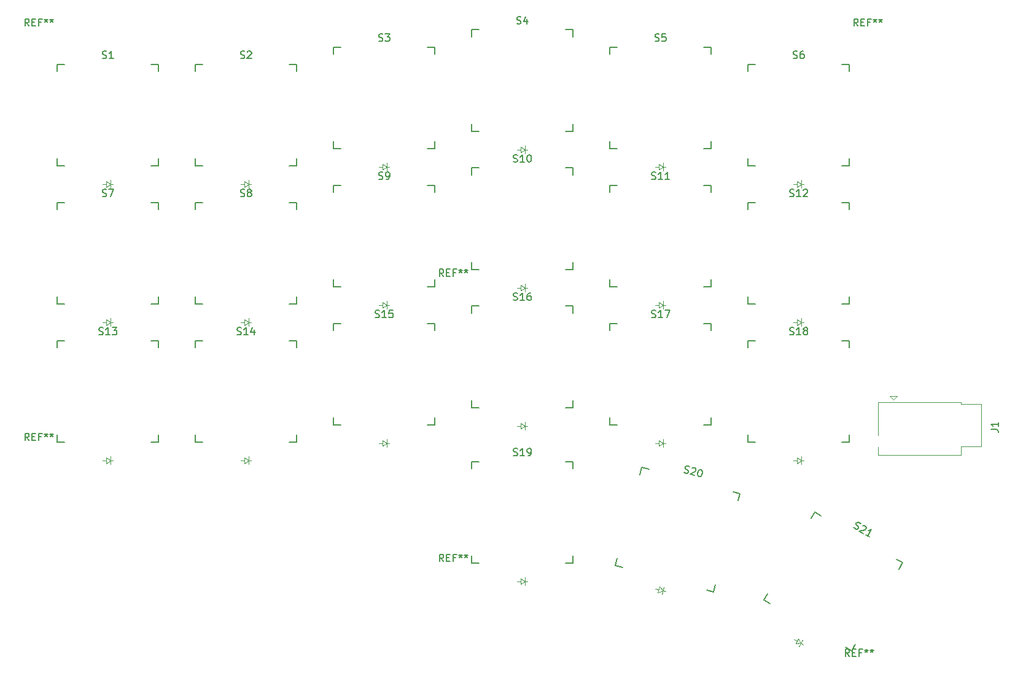
<source format=gto>
G04 #@! TF.GenerationSoftware,KiCad,Pcbnew,8.0.4*
G04 #@! TF.CreationDate,2024-09-10T22:18:46+03:00*
G04 #@! TF.ProjectId,muikku42,6d75696b-6b75-4343-922e-6b696361645f,rev?*
G04 #@! TF.SameCoordinates,Original*
G04 #@! TF.FileFunction,Legend,Top*
G04 #@! TF.FilePolarity,Positive*
%FSLAX46Y46*%
G04 Gerber Fmt 4.6, Leading zero omitted, Abs format (unit mm)*
G04 Created by KiCad (PCBNEW 8.0.4) date 2024-09-10 22:18:46*
%MOMM*%
%LPD*%
G01*
G04 APERTURE LIST*
G04 Aperture macros list*
%AMHorizOval*
0 Thick line with rounded ends*
0 $1 width*
0 $2 $3 position (X,Y) of the first rounded end (center of the circle)*
0 $4 $5 position (X,Y) of the second rounded end (center of the circle)*
0 Add line between two ends*
20,1,$1,$2,$3,$4,$5,0*
0 Add two circle primitives to create the rounded ends*
1,1,$1,$2,$3*
1,1,$1,$4,$5*%
%AMRotRect*
0 Rectangle, with rotation*
0 The origin of the aperture is its center*
0 $1 length*
0 $2 width*
0 $3 Rotation angle, in degrees counterclockwise*
0 Add horizontal line*
21,1,$1,$2,0,0,$3*%
G04 Aperture macros list end*
%ADD10C,0.150000*%
%ADD11C,0.100000*%
%ADD12C,0.120000*%
%ADD13R,1.600000X1.600000*%
%ADD14O,1.600000X1.600000*%
%ADD15RotRect,1.600000X1.600000X150.000000*%
%ADD16HorizOval,1.600000X0.000000X0.000000X0.000000X0.000000X0*%
%ADD17C,1.701800*%
%ADD18C,3.987800*%
%ADD19C,2.286000*%
%ADD20C,2.200000*%
%ADD21C,1.200000*%
%ADD22O,2.000000X1.400000*%
%ADD23R,2.000000X1.400000*%
%ADD24RotRect,1.600000X1.600000X165.000000*%
%ADD25HorizOval,1.600000X0.000000X0.000000X0.000000X0.000000X0*%
%ADD26O,2.500000X1.500000*%
%ADD27O,1.500000X2.500000*%
G04 APERTURE END LIST*
D10*
X132588095Y-46920950D02*
X132730952Y-46968569D01*
X132730952Y-46968569D02*
X132969047Y-46968569D01*
X132969047Y-46968569D02*
X133064285Y-46920950D01*
X133064285Y-46920950D02*
X133111904Y-46873330D01*
X133111904Y-46873330D02*
X133159523Y-46778092D01*
X133159523Y-46778092D02*
X133159523Y-46682854D01*
X133159523Y-46682854D02*
X133111904Y-46587616D01*
X133111904Y-46587616D02*
X133064285Y-46539997D01*
X133064285Y-46539997D02*
X132969047Y-46492378D01*
X132969047Y-46492378D02*
X132778571Y-46444759D01*
X132778571Y-46444759D02*
X132683333Y-46397140D01*
X132683333Y-46397140D02*
X132635714Y-46349521D01*
X132635714Y-46349521D02*
X132588095Y-46254283D01*
X132588095Y-46254283D02*
X132588095Y-46159045D01*
X132588095Y-46159045D02*
X132635714Y-46063807D01*
X132635714Y-46063807D02*
X132683333Y-46016188D01*
X132683333Y-46016188D02*
X132778571Y-45968569D01*
X132778571Y-45968569D02*
X133016666Y-45968569D01*
X133016666Y-45968569D02*
X133159523Y-46016188D01*
X134064285Y-45968569D02*
X133588095Y-45968569D01*
X133588095Y-45968569D02*
X133540476Y-46444759D01*
X133540476Y-46444759D02*
X133588095Y-46397140D01*
X133588095Y-46397140D02*
X133683333Y-46349521D01*
X133683333Y-46349521D02*
X133921428Y-46349521D01*
X133921428Y-46349521D02*
X134016666Y-46397140D01*
X134016666Y-46397140D02*
X134064285Y-46444759D01*
X134064285Y-46444759D02*
X134111904Y-46539997D01*
X134111904Y-46539997D02*
X134111904Y-46778092D01*
X134111904Y-46778092D02*
X134064285Y-46873330D01*
X134064285Y-46873330D02*
X134016666Y-46920950D01*
X134016666Y-46920950D02*
X133921428Y-46968569D01*
X133921428Y-46968569D02*
X133683333Y-46968569D01*
X133683333Y-46968569D02*
X133588095Y-46920950D01*
X133588095Y-46920950D02*
X133540476Y-46873330D01*
X132111905Y-65970950D02*
X132254762Y-66018569D01*
X132254762Y-66018569D02*
X132492857Y-66018569D01*
X132492857Y-66018569D02*
X132588095Y-65970950D01*
X132588095Y-65970950D02*
X132635714Y-65923330D01*
X132635714Y-65923330D02*
X132683333Y-65828092D01*
X132683333Y-65828092D02*
X132683333Y-65732854D01*
X132683333Y-65732854D02*
X132635714Y-65637616D01*
X132635714Y-65637616D02*
X132588095Y-65589997D01*
X132588095Y-65589997D02*
X132492857Y-65542378D01*
X132492857Y-65542378D02*
X132302381Y-65494759D01*
X132302381Y-65494759D02*
X132207143Y-65447140D01*
X132207143Y-65447140D02*
X132159524Y-65399521D01*
X132159524Y-65399521D02*
X132111905Y-65304283D01*
X132111905Y-65304283D02*
X132111905Y-65209045D01*
X132111905Y-65209045D02*
X132159524Y-65113807D01*
X132159524Y-65113807D02*
X132207143Y-65066188D01*
X132207143Y-65066188D02*
X132302381Y-65018569D01*
X132302381Y-65018569D02*
X132540476Y-65018569D01*
X132540476Y-65018569D02*
X132683333Y-65066188D01*
X133635714Y-66018569D02*
X133064286Y-66018569D01*
X133350000Y-66018569D02*
X133350000Y-65018569D01*
X133350000Y-65018569D02*
X133254762Y-65161426D01*
X133254762Y-65161426D02*
X133159524Y-65256664D01*
X133159524Y-65256664D02*
X133064286Y-65304283D01*
X134588095Y-66018569D02*
X134016667Y-66018569D01*
X134302381Y-66018569D02*
X134302381Y-65018569D01*
X134302381Y-65018569D02*
X134207143Y-65161426D01*
X134207143Y-65161426D02*
X134111905Y-65256664D01*
X134111905Y-65256664D02*
X134016667Y-65304283D01*
X159401041Y-131795444D02*
X159067708Y-131319253D01*
X158829613Y-131795444D02*
X158829613Y-130795444D01*
X158829613Y-130795444D02*
X159210565Y-130795444D01*
X159210565Y-130795444D02*
X159305803Y-130843063D01*
X159305803Y-130843063D02*
X159353422Y-130890682D01*
X159353422Y-130890682D02*
X159401041Y-130985920D01*
X159401041Y-130985920D02*
X159401041Y-131128777D01*
X159401041Y-131128777D02*
X159353422Y-131224015D01*
X159353422Y-131224015D02*
X159305803Y-131271634D01*
X159305803Y-131271634D02*
X159210565Y-131319253D01*
X159210565Y-131319253D02*
X158829613Y-131319253D01*
X159829613Y-131271634D02*
X160162946Y-131271634D01*
X160305803Y-131795444D02*
X159829613Y-131795444D01*
X159829613Y-131795444D02*
X159829613Y-130795444D01*
X159829613Y-130795444D02*
X160305803Y-130795444D01*
X161067708Y-131271634D02*
X160734375Y-131271634D01*
X160734375Y-131795444D02*
X160734375Y-130795444D01*
X160734375Y-130795444D02*
X161210565Y-130795444D01*
X161734375Y-130795444D02*
X161734375Y-131033539D01*
X161496280Y-130938301D02*
X161734375Y-131033539D01*
X161734375Y-131033539D02*
X161972470Y-130938301D01*
X161591518Y-131224015D02*
X161734375Y-131033539D01*
X161734375Y-131033539D02*
X161877232Y-131224015D01*
X162496280Y-130795444D02*
X162496280Y-131033539D01*
X162258185Y-130938301D02*
X162496280Y-131033539D01*
X162496280Y-131033539D02*
X162734375Y-130938301D01*
X162353423Y-131224015D02*
X162496280Y-131033539D01*
X162496280Y-131033539D02*
X162639137Y-131224015D01*
X56388095Y-68352200D02*
X56530952Y-68399819D01*
X56530952Y-68399819D02*
X56769047Y-68399819D01*
X56769047Y-68399819D02*
X56864285Y-68352200D01*
X56864285Y-68352200D02*
X56911904Y-68304580D01*
X56911904Y-68304580D02*
X56959523Y-68209342D01*
X56959523Y-68209342D02*
X56959523Y-68114104D01*
X56959523Y-68114104D02*
X56911904Y-68018866D01*
X56911904Y-68018866D02*
X56864285Y-67971247D01*
X56864285Y-67971247D02*
X56769047Y-67923628D01*
X56769047Y-67923628D02*
X56578571Y-67876009D01*
X56578571Y-67876009D02*
X56483333Y-67828390D01*
X56483333Y-67828390D02*
X56435714Y-67780771D01*
X56435714Y-67780771D02*
X56388095Y-67685533D01*
X56388095Y-67685533D02*
X56388095Y-67590295D01*
X56388095Y-67590295D02*
X56435714Y-67495057D01*
X56435714Y-67495057D02*
X56483333Y-67447438D01*
X56483333Y-67447438D02*
X56578571Y-67399819D01*
X56578571Y-67399819D02*
X56816666Y-67399819D01*
X56816666Y-67399819D02*
X56959523Y-67447438D01*
X57292857Y-67399819D02*
X57959523Y-67399819D01*
X57959523Y-67399819D02*
X57530952Y-68399819D01*
X94011905Y-85020950D02*
X94154762Y-85068569D01*
X94154762Y-85068569D02*
X94392857Y-85068569D01*
X94392857Y-85068569D02*
X94488095Y-85020950D01*
X94488095Y-85020950D02*
X94535714Y-84973330D01*
X94535714Y-84973330D02*
X94583333Y-84878092D01*
X94583333Y-84878092D02*
X94583333Y-84782854D01*
X94583333Y-84782854D02*
X94535714Y-84687616D01*
X94535714Y-84687616D02*
X94488095Y-84639997D01*
X94488095Y-84639997D02*
X94392857Y-84592378D01*
X94392857Y-84592378D02*
X94202381Y-84544759D01*
X94202381Y-84544759D02*
X94107143Y-84497140D01*
X94107143Y-84497140D02*
X94059524Y-84449521D01*
X94059524Y-84449521D02*
X94011905Y-84354283D01*
X94011905Y-84354283D02*
X94011905Y-84259045D01*
X94011905Y-84259045D02*
X94059524Y-84163807D01*
X94059524Y-84163807D02*
X94107143Y-84116188D01*
X94107143Y-84116188D02*
X94202381Y-84068569D01*
X94202381Y-84068569D02*
X94440476Y-84068569D01*
X94440476Y-84068569D02*
X94583333Y-84116188D01*
X95535714Y-85068569D02*
X94964286Y-85068569D01*
X95250000Y-85068569D02*
X95250000Y-84068569D01*
X95250000Y-84068569D02*
X95154762Y-84211426D01*
X95154762Y-84211426D02*
X95059524Y-84306664D01*
X95059524Y-84306664D02*
X94964286Y-84354283D01*
X96440476Y-84068569D02*
X95964286Y-84068569D01*
X95964286Y-84068569D02*
X95916667Y-84544759D01*
X95916667Y-84544759D02*
X95964286Y-84497140D01*
X95964286Y-84497140D02*
X96059524Y-84449521D01*
X96059524Y-84449521D02*
X96297619Y-84449521D01*
X96297619Y-84449521D02*
X96392857Y-84497140D01*
X96392857Y-84497140D02*
X96440476Y-84544759D01*
X96440476Y-84544759D02*
X96488095Y-84639997D01*
X96488095Y-84639997D02*
X96488095Y-84878092D01*
X96488095Y-84878092D02*
X96440476Y-84973330D01*
X96440476Y-84973330D02*
X96392857Y-85020950D01*
X96392857Y-85020950D02*
X96297619Y-85068569D01*
X96297619Y-85068569D02*
X96059524Y-85068569D01*
X96059524Y-85068569D02*
X95964286Y-85020950D01*
X95964286Y-85020950D02*
X95916667Y-84973330D01*
X178921694Y-100504583D02*
X179635979Y-100504583D01*
X179635979Y-100504583D02*
X179778836Y-100552202D01*
X179778836Y-100552202D02*
X179874075Y-100647440D01*
X179874075Y-100647440D02*
X179921694Y-100790297D01*
X179921694Y-100790297D02*
X179921694Y-100885535D01*
X179921694Y-99504583D02*
X179921694Y-100076011D01*
X179921694Y-99790297D02*
X178921694Y-99790297D01*
X178921694Y-99790297D02*
X179064551Y-99885535D01*
X179064551Y-99885535D02*
X179159789Y-99980773D01*
X179159789Y-99980773D02*
X179207408Y-100076011D01*
X103441666Y-118698569D02*
X103108333Y-118222378D01*
X102870238Y-118698569D02*
X102870238Y-117698569D01*
X102870238Y-117698569D02*
X103251190Y-117698569D01*
X103251190Y-117698569D02*
X103346428Y-117746188D01*
X103346428Y-117746188D02*
X103394047Y-117793807D01*
X103394047Y-117793807D02*
X103441666Y-117889045D01*
X103441666Y-117889045D02*
X103441666Y-118031902D01*
X103441666Y-118031902D02*
X103394047Y-118127140D01*
X103394047Y-118127140D02*
X103346428Y-118174759D01*
X103346428Y-118174759D02*
X103251190Y-118222378D01*
X103251190Y-118222378D02*
X102870238Y-118222378D01*
X103870238Y-118174759D02*
X104203571Y-118174759D01*
X104346428Y-118698569D02*
X103870238Y-118698569D01*
X103870238Y-118698569D02*
X103870238Y-117698569D01*
X103870238Y-117698569D02*
X104346428Y-117698569D01*
X105108333Y-118174759D02*
X104775000Y-118174759D01*
X104775000Y-118698569D02*
X104775000Y-117698569D01*
X104775000Y-117698569D02*
X105251190Y-117698569D01*
X105775000Y-117698569D02*
X105775000Y-117936664D01*
X105536905Y-117841426D02*
X105775000Y-117936664D01*
X105775000Y-117936664D02*
X106013095Y-117841426D01*
X105632143Y-118127140D02*
X105775000Y-117936664D01*
X105775000Y-117936664D02*
X105917857Y-118127140D01*
X106536905Y-117698569D02*
X106536905Y-117936664D01*
X106298810Y-117841426D02*
X106536905Y-117936664D01*
X106536905Y-117936664D02*
X106775000Y-117841426D01*
X106394048Y-118127140D02*
X106536905Y-117936664D01*
X106536905Y-117936664D02*
X106679762Y-118127140D01*
X113538095Y-44539700D02*
X113680952Y-44587319D01*
X113680952Y-44587319D02*
X113919047Y-44587319D01*
X113919047Y-44587319D02*
X114014285Y-44539700D01*
X114014285Y-44539700D02*
X114061904Y-44492080D01*
X114061904Y-44492080D02*
X114109523Y-44396842D01*
X114109523Y-44396842D02*
X114109523Y-44301604D01*
X114109523Y-44301604D02*
X114061904Y-44206366D01*
X114061904Y-44206366D02*
X114014285Y-44158747D01*
X114014285Y-44158747D02*
X113919047Y-44111128D01*
X113919047Y-44111128D02*
X113728571Y-44063509D01*
X113728571Y-44063509D02*
X113633333Y-44015890D01*
X113633333Y-44015890D02*
X113585714Y-43968271D01*
X113585714Y-43968271D02*
X113538095Y-43873033D01*
X113538095Y-43873033D02*
X113538095Y-43777795D01*
X113538095Y-43777795D02*
X113585714Y-43682557D01*
X113585714Y-43682557D02*
X113633333Y-43634938D01*
X113633333Y-43634938D02*
X113728571Y-43587319D01*
X113728571Y-43587319D02*
X113966666Y-43587319D01*
X113966666Y-43587319D02*
X114109523Y-43634938D01*
X114966666Y-43920652D02*
X114966666Y-44587319D01*
X114728571Y-43539700D02*
X114490476Y-44253985D01*
X114490476Y-44253985D02*
X115109523Y-44253985D01*
X151161905Y-87402200D02*
X151304762Y-87449819D01*
X151304762Y-87449819D02*
X151542857Y-87449819D01*
X151542857Y-87449819D02*
X151638095Y-87402200D01*
X151638095Y-87402200D02*
X151685714Y-87354580D01*
X151685714Y-87354580D02*
X151733333Y-87259342D01*
X151733333Y-87259342D02*
X151733333Y-87164104D01*
X151733333Y-87164104D02*
X151685714Y-87068866D01*
X151685714Y-87068866D02*
X151638095Y-87021247D01*
X151638095Y-87021247D02*
X151542857Y-86973628D01*
X151542857Y-86973628D02*
X151352381Y-86926009D01*
X151352381Y-86926009D02*
X151257143Y-86878390D01*
X151257143Y-86878390D02*
X151209524Y-86830771D01*
X151209524Y-86830771D02*
X151161905Y-86735533D01*
X151161905Y-86735533D02*
X151161905Y-86640295D01*
X151161905Y-86640295D02*
X151209524Y-86545057D01*
X151209524Y-86545057D02*
X151257143Y-86497438D01*
X151257143Y-86497438D02*
X151352381Y-86449819D01*
X151352381Y-86449819D02*
X151590476Y-86449819D01*
X151590476Y-86449819D02*
X151733333Y-86497438D01*
X152685714Y-87449819D02*
X152114286Y-87449819D01*
X152400000Y-87449819D02*
X152400000Y-86449819D01*
X152400000Y-86449819D02*
X152304762Y-86592676D01*
X152304762Y-86592676D02*
X152209524Y-86687914D01*
X152209524Y-86687914D02*
X152114286Y-86735533D01*
X153257143Y-86878390D02*
X153161905Y-86830771D01*
X153161905Y-86830771D02*
X153114286Y-86783152D01*
X153114286Y-86783152D02*
X153066667Y-86687914D01*
X153066667Y-86687914D02*
X153066667Y-86640295D01*
X153066667Y-86640295D02*
X153114286Y-86545057D01*
X153114286Y-86545057D02*
X153161905Y-86497438D01*
X153161905Y-86497438D02*
X153257143Y-86449819D01*
X153257143Y-86449819D02*
X153447619Y-86449819D01*
X153447619Y-86449819D02*
X153542857Y-86497438D01*
X153542857Y-86497438D02*
X153590476Y-86545057D01*
X153590476Y-86545057D02*
X153638095Y-86640295D01*
X153638095Y-86640295D02*
X153638095Y-86687914D01*
X153638095Y-86687914D02*
X153590476Y-86783152D01*
X153590476Y-86783152D02*
X153542857Y-86830771D01*
X153542857Y-86830771D02*
X153447619Y-86878390D01*
X153447619Y-86878390D02*
X153257143Y-86878390D01*
X153257143Y-86878390D02*
X153161905Y-86926009D01*
X153161905Y-86926009D02*
X153114286Y-86973628D01*
X153114286Y-86973628D02*
X153066667Y-87068866D01*
X153066667Y-87068866D02*
X153066667Y-87259342D01*
X153066667Y-87259342D02*
X153114286Y-87354580D01*
X153114286Y-87354580D02*
X153161905Y-87402200D01*
X153161905Y-87402200D02*
X153257143Y-87449819D01*
X153257143Y-87449819D02*
X153447619Y-87449819D01*
X153447619Y-87449819D02*
X153542857Y-87402200D01*
X153542857Y-87402200D02*
X153590476Y-87354580D01*
X153590476Y-87354580D02*
X153638095Y-87259342D01*
X153638095Y-87259342D02*
X153638095Y-87068866D01*
X153638095Y-87068866D02*
X153590476Y-86973628D01*
X153590476Y-86973628D02*
X153542857Y-86926009D01*
X153542857Y-86926009D02*
X153447619Y-86878390D01*
X151638095Y-49302200D02*
X151780952Y-49349819D01*
X151780952Y-49349819D02*
X152019047Y-49349819D01*
X152019047Y-49349819D02*
X152114285Y-49302200D01*
X152114285Y-49302200D02*
X152161904Y-49254580D01*
X152161904Y-49254580D02*
X152209523Y-49159342D01*
X152209523Y-49159342D02*
X152209523Y-49064104D01*
X152209523Y-49064104D02*
X152161904Y-48968866D01*
X152161904Y-48968866D02*
X152114285Y-48921247D01*
X152114285Y-48921247D02*
X152019047Y-48873628D01*
X152019047Y-48873628D02*
X151828571Y-48826009D01*
X151828571Y-48826009D02*
X151733333Y-48778390D01*
X151733333Y-48778390D02*
X151685714Y-48730771D01*
X151685714Y-48730771D02*
X151638095Y-48635533D01*
X151638095Y-48635533D02*
X151638095Y-48540295D01*
X151638095Y-48540295D02*
X151685714Y-48445057D01*
X151685714Y-48445057D02*
X151733333Y-48397438D01*
X151733333Y-48397438D02*
X151828571Y-48349819D01*
X151828571Y-48349819D02*
X152066666Y-48349819D01*
X152066666Y-48349819D02*
X152209523Y-48397438D01*
X153066666Y-48349819D02*
X152876190Y-48349819D01*
X152876190Y-48349819D02*
X152780952Y-48397438D01*
X152780952Y-48397438D02*
X152733333Y-48445057D01*
X152733333Y-48445057D02*
X152638095Y-48587914D01*
X152638095Y-48587914D02*
X152590476Y-48778390D01*
X152590476Y-48778390D02*
X152590476Y-49159342D01*
X152590476Y-49159342D02*
X152638095Y-49254580D01*
X152638095Y-49254580D02*
X152685714Y-49302200D01*
X152685714Y-49302200D02*
X152780952Y-49349819D01*
X152780952Y-49349819D02*
X152971428Y-49349819D01*
X152971428Y-49349819D02*
X153066666Y-49302200D01*
X153066666Y-49302200D02*
X153114285Y-49254580D01*
X153114285Y-49254580D02*
X153161904Y-49159342D01*
X153161904Y-49159342D02*
X153161904Y-48921247D01*
X153161904Y-48921247D02*
X153114285Y-48826009D01*
X153114285Y-48826009D02*
X153066666Y-48778390D01*
X153066666Y-48778390D02*
X152971428Y-48730771D01*
X152971428Y-48730771D02*
X152780952Y-48730771D01*
X152780952Y-48730771D02*
X152685714Y-48778390D01*
X152685714Y-48778390D02*
X152638095Y-48826009D01*
X152638095Y-48826009D02*
X152590476Y-48921247D01*
X160591666Y-44879819D02*
X160258333Y-44403628D01*
X160020238Y-44879819D02*
X160020238Y-43879819D01*
X160020238Y-43879819D02*
X160401190Y-43879819D01*
X160401190Y-43879819D02*
X160496428Y-43927438D01*
X160496428Y-43927438D02*
X160544047Y-43975057D01*
X160544047Y-43975057D02*
X160591666Y-44070295D01*
X160591666Y-44070295D02*
X160591666Y-44213152D01*
X160591666Y-44213152D02*
X160544047Y-44308390D01*
X160544047Y-44308390D02*
X160496428Y-44356009D01*
X160496428Y-44356009D02*
X160401190Y-44403628D01*
X160401190Y-44403628D02*
X160020238Y-44403628D01*
X161020238Y-44356009D02*
X161353571Y-44356009D01*
X161496428Y-44879819D02*
X161020238Y-44879819D01*
X161020238Y-44879819D02*
X161020238Y-43879819D01*
X161020238Y-43879819D02*
X161496428Y-43879819D01*
X162258333Y-44356009D02*
X161925000Y-44356009D01*
X161925000Y-44879819D02*
X161925000Y-43879819D01*
X161925000Y-43879819D02*
X162401190Y-43879819D01*
X162925000Y-43879819D02*
X162925000Y-44117914D01*
X162686905Y-44022676D02*
X162925000Y-44117914D01*
X162925000Y-44117914D02*
X163163095Y-44022676D01*
X162782143Y-44308390D02*
X162925000Y-44117914D01*
X162925000Y-44117914D02*
X163067857Y-44308390D01*
X163686905Y-43879819D02*
X163686905Y-44117914D01*
X163448810Y-44022676D02*
X163686905Y-44117914D01*
X163686905Y-44117914D02*
X163925000Y-44022676D01*
X163544048Y-44308390D02*
X163686905Y-44117914D01*
X163686905Y-44117914D02*
X163829762Y-44308390D01*
X132111905Y-85020950D02*
X132254762Y-85068569D01*
X132254762Y-85068569D02*
X132492857Y-85068569D01*
X132492857Y-85068569D02*
X132588095Y-85020950D01*
X132588095Y-85020950D02*
X132635714Y-84973330D01*
X132635714Y-84973330D02*
X132683333Y-84878092D01*
X132683333Y-84878092D02*
X132683333Y-84782854D01*
X132683333Y-84782854D02*
X132635714Y-84687616D01*
X132635714Y-84687616D02*
X132588095Y-84639997D01*
X132588095Y-84639997D02*
X132492857Y-84592378D01*
X132492857Y-84592378D02*
X132302381Y-84544759D01*
X132302381Y-84544759D02*
X132207143Y-84497140D01*
X132207143Y-84497140D02*
X132159524Y-84449521D01*
X132159524Y-84449521D02*
X132111905Y-84354283D01*
X132111905Y-84354283D02*
X132111905Y-84259045D01*
X132111905Y-84259045D02*
X132159524Y-84163807D01*
X132159524Y-84163807D02*
X132207143Y-84116188D01*
X132207143Y-84116188D02*
X132302381Y-84068569D01*
X132302381Y-84068569D02*
X132540476Y-84068569D01*
X132540476Y-84068569D02*
X132683333Y-84116188D01*
X133635714Y-85068569D02*
X133064286Y-85068569D01*
X133350000Y-85068569D02*
X133350000Y-84068569D01*
X133350000Y-84068569D02*
X133254762Y-84211426D01*
X133254762Y-84211426D02*
X133159524Y-84306664D01*
X133159524Y-84306664D02*
X133064286Y-84354283D01*
X133969048Y-84068569D02*
X134635714Y-84068569D01*
X134635714Y-84068569D02*
X134207143Y-85068569D01*
X74961905Y-87402200D02*
X75104762Y-87449819D01*
X75104762Y-87449819D02*
X75342857Y-87449819D01*
X75342857Y-87449819D02*
X75438095Y-87402200D01*
X75438095Y-87402200D02*
X75485714Y-87354580D01*
X75485714Y-87354580D02*
X75533333Y-87259342D01*
X75533333Y-87259342D02*
X75533333Y-87164104D01*
X75533333Y-87164104D02*
X75485714Y-87068866D01*
X75485714Y-87068866D02*
X75438095Y-87021247D01*
X75438095Y-87021247D02*
X75342857Y-86973628D01*
X75342857Y-86973628D02*
X75152381Y-86926009D01*
X75152381Y-86926009D02*
X75057143Y-86878390D01*
X75057143Y-86878390D02*
X75009524Y-86830771D01*
X75009524Y-86830771D02*
X74961905Y-86735533D01*
X74961905Y-86735533D02*
X74961905Y-86640295D01*
X74961905Y-86640295D02*
X75009524Y-86545057D01*
X75009524Y-86545057D02*
X75057143Y-86497438D01*
X75057143Y-86497438D02*
X75152381Y-86449819D01*
X75152381Y-86449819D02*
X75390476Y-86449819D01*
X75390476Y-86449819D02*
X75533333Y-86497438D01*
X76485714Y-87449819D02*
X75914286Y-87449819D01*
X76200000Y-87449819D02*
X76200000Y-86449819D01*
X76200000Y-86449819D02*
X76104762Y-86592676D01*
X76104762Y-86592676D02*
X76009524Y-86687914D01*
X76009524Y-86687914D02*
X75914286Y-86735533D01*
X77342857Y-86783152D02*
X77342857Y-87449819D01*
X77104762Y-86402200D02*
X76866667Y-87116485D01*
X76866667Y-87116485D02*
X77485714Y-87116485D01*
X46291666Y-44879819D02*
X45958333Y-44403628D01*
X45720238Y-44879819D02*
X45720238Y-43879819D01*
X45720238Y-43879819D02*
X46101190Y-43879819D01*
X46101190Y-43879819D02*
X46196428Y-43927438D01*
X46196428Y-43927438D02*
X46244047Y-43975057D01*
X46244047Y-43975057D02*
X46291666Y-44070295D01*
X46291666Y-44070295D02*
X46291666Y-44213152D01*
X46291666Y-44213152D02*
X46244047Y-44308390D01*
X46244047Y-44308390D02*
X46196428Y-44356009D01*
X46196428Y-44356009D02*
X46101190Y-44403628D01*
X46101190Y-44403628D02*
X45720238Y-44403628D01*
X46720238Y-44356009D02*
X47053571Y-44356009D01*
X47196428Y-44879819D02*
X46720238Y-44879819D01*
X46720238Y-44879819D02*
X46720238Y-43879819D01*
X46720238Y-43879819D02*
X47196428Y-43879819D01*
X47958333Y-44356009D02*
X47625000Y-44356009D01*
X47625000Y-44879819D02*
X47625000Y-43879819D01*
X47625000Y-43879819D02*
X48101190Y-43879819D01*
X48625000Y-43879819D02*
X48625000Y-44117914D01*
X48386905Y-44022676D02*
X48625000Y-44117914D01*
X48625000Y-44117914D02*
X48863095Y-44022676D01*
X48482143Y-44308390D02*
X48625000Y-44117914D01*
X48625000Y-44117914D02*
X48767857Y-44308390D01*
X49386905Y-43879819D02*
X49386905Y-44117914D01*
X49148810Y-44022676D02*
X49386905Y-44117914D01*
X49386905Y-44117914D02*
X49625000Y-44022676D01*
X49244048Y-44308390D02*
X49386905Y-44117914D01*
X49386905Y-44117914D02*
X49529762Y-44308390D01*
X103441666Y-79407944D02*
X103108333Y-78931753D01*
X102870238Y-79407944D02*
X102870238Y-78407944D01*
X102870238Y-78407944D02*
X103251190Y-78407944D01*
X103251190Y-78407944D02*
X103346428Y-78455563D01*
X103346428Y-78455563D02*
X103394047Y-78503182D01*
X103394047Y-78503182D02*
X103441666Y-78598420D01*
X103441666Y-78598420D02*
X103441666Y-78741277D01*
X103441666Y-78741277D02*
X103394047Y-78836515D01*
X103394047Y-78836515D02*
X103346428Y-78884134D01*
X103346428Y-78884134D02*
X103251190Y-78931753D01*
X103251190Y-78931753D02*
X102870238Y-78931753D01*
X103870238Y-78884134D02*
X104203571Y-78884134D01*
X104346428Y-79407944D02*
X103870238Y-79407944D01*
X103870238Y-79407944D02*
X103870238Y-78407944D01*
X103870238Y-78407944D02*
X104346428Y-78407944D01*
X105108333Y-78884134D02*
X104775000Y-78884134D01*
X104775000Y-79407944D02*
X104775000Y-78407944D01*
X104775000Y-78407944D02*
X105251190Y-78407944D01*
X105775000Y-78407944D02*
X105775000Y-78646039D01*
X105536905Y-78550801D02*
X105775000Y-78646039D01*
X105775000Y-78646039D02*
X106013095Y-78550801D01*
X105632143Y-78836515D02*
X105775000Y-78646039D01*
X105775000Y-78646039D02*
X105917857Y-78836515D01*
X106536905Y-78407944D02*
X106536905Y-78646039D01*
X106298810Y-78550801D02*
X106536905Y-78646039D01*
X106536905Y-78646039D02*
X106775000Y-78550801D01*
X106394048Y-78836515D02*
X106536905Y-78646039D01*
X106536905Y-78646039D02*
X106679762Y-78836515D01*
X75438095Y-68352200D02*
X75580952Y-68399819D01*
X75580952Y-68399819D02*
X75819047Y-68399819D01*
X75819047Y-68399819D02*
X75914285Y-68352200D01*
X75914285Y-68352200D02*
X75961904Y-68304580D01*
X75961904Y-68304580D02*
X76009523Y-68209342D01*
X76009523Y-68209342D02*
X76009523Y-68114104D01*
X76009523Y-68114104D02*
X75961904Y-68018866D01*
X75961904Y-68018866D02*
X75914285Y-67971247D01*
X75914285Y-67971247D02*
X75819047Y-67923628D01*
X75819047Y-67923628D02*
X75628571Y-67876009D01*
X75628571Y-67876009D02*
X75533333Y-67828390D01*
X75533333Y-67828390D02*
X75485714Y-67780771D01*
X75485714Y-67780771D02*
X75438095Y-67685533D01*
X75438095Y-67685533D02*
X75438095Y-67590295D01*
X75438095Y-67590295D02*
X75485714Y-67495057D01*
X75485714Y-67495057D02*
X75533333Y-67447438D01*
X75533333Y-67447438D02*
X75628571Y-67399819D01*
X75628571Y-67399819D02*
X75866666Y-67399819D01*
X75866666Y-67399819D02*
X76009523Y-67447438D01*
X76580952Y-67828390D02*
X76485714Y-67780771D01*
X76485714Y-67780771D02*
X76438095Y-67733152D01*
X76438095Y-67733152D02*
X76390476Y-67637914D01*
X76390476Y-67637914D02*
X76390476Y-67590295D01*
X76390476Y-67590295D02*
X76438095Y-67495057D01*
X76438095Y-67495057D02*
X76485714Y-67447438D01*
X76485714Y-67447438D02*
X76580952Y-67399819D01*
X76580952Y-67399819D02*
X76771428Y-67399819D01*
X76771428Y-67399819D02*
X76866666Y-67447438D01*
X76866666Y-67447438D02*
X76914285Y-67495057D01*
X76914285Y-67495057D02*
X76961904Y-67590295D01*
X76961904Y-67590295D02*
X76961904Y-67637914D01*
X76961904Y-67637914D02*
X76914285Y-67733152D01*
X76914285Y-67733152D02*
X76866666Y-67780771D01*
X76866666Y-67780771D02*
X76771428Y-67828390D01*
X76771428Y-67828390D02*
X76580952Y-67828390D01*
X76580952Y-67828390D02*
X76485714Y-67876009D01*
X76485714Y-67876009D02*
X76438095Y-67923628D01*
X76438095Y-67923628D02*
X76390476Y-68018866D01*
X76390476Y-68018866D02*
X76390476Y-68209342D01*
X76390476Y-68209342D02*
X76438095Y-68304580D01*
X76438095Y-68304580D02*
X76485714Y-68352200D01*
X76485714Y-68352200D02*
X76580952Y-68399819D01*
X76580952Y-68399819D02*
X76771428Y-68399819D01*
X76771428Y-68399819D02*
X76866666Y-68352200D01*
X76866666Y-68352200D02*
X76914285Y-68304580D01*
X76914285Y-68304580D02*
X76961904Y-68209342D01*
X76961904Y-68209342D02*
X76961904Y-68018866D01*
X76961904Y-68018866D02*
X76914285Y-67923628D01*
X76914285Y-67923628D02*
X76866666Y-67876009D01*
X76866666Y-67876009D02*
X76771428Y-67828390D01*
X75438095Y-49302200D02*
X75580952Y-49349819D01*
X75580952Y-49349819D02*
X75819047Y-49349819D01*
X75819047Y-49349819D02*
X75914285Y-49302200D01*
X75914285Y-49302200D02*
X75961904Y-49254580D01*
X75961904Y-49254580D02*
X76009523Y-49159342D01*
X76009523Y-49159342D02*
X76009523Y-49064104D01*
X76009523Y-49064104D02*
X75961904Y-48968866D01*
X75961904Y-48968866D02*
X75914285Y-48921247D01*
X75914285Y-48921247D02*
X75819047Y-48873628D01*
X75819047Y-48873628D02*
X75628571Y-48826009D01*
X75628571Y-48826009D02*
X75533333Y-48778390D01*
X75533333Y-48778390D02*
X75485714Y-48730771D01*
X75485714Y-48730771D02*
X75438095Y-48635533D01*
X75438095Y-48635533D02*
X75438095Y-48540295D01*
X75438095Y-48540295D02*
X75485714Y-48445057D01*
X75485714Y-48445057D02*
X75533333Y-48397438D01*
X75533333Y-48397438D02*
X75628571Y-48349819D01*
X75628571Y-48349819D02*
X75866666Y-48349819D01*
X75866666Y-48349819D02*
X76009523Y-48397438D01*
X76390476Y-48445057D02*
X76438095Y-48397438D01*
X76438095Y-48397438D02*
X76533333Y-48349819D01*
X76533333Y-48349819D02*
X76771428Y-48349819D01*
X76771428Y-48349819D02*
X76866666Y-48397438D01*
X76866666Y-48397438D02*
X76914285Y-48445057D01*
X76914285Y-48445057D02*
X76961904Y-48540295D01*
X76961904Y-48540295D02*
X76961904Y-48635533D01*
X76961904Y-48635533D02*
X76914285Y-48778390D01*
X76914285Y-48778390D02*
X76342857Y-49349819D01*
X76342857Y-49349819D02*
X76961904Y-49349819D01*
X113061905Y-82639700D02*
X113204762Y-82687319D01*
X113204762Y-82687319D02*
X113442857Y-82687319D01*
X113442857Y-82687319D02*
X113538095Y-82639700D01*
X113538095Y-82639700D02*
X113585714Y-82592080D01*
X113585714Y-82592080D02*
X113633333Y-82496842D01*
X113633333Y-82496842D02*
X113633333Y-82401604D01*
X113633333Y-82401604D02*
X113585714Y-82306366D01*
X113585714Y-82306366D02*
X113538095Y-82258747D01*
X113538095Y-82258747D02*
X113442857Y-82211128D01*
X113442857Y-82211128D02*
X113252381Y-82163509D01*
X113252381Y-82163509D02*
X113157143Y-82115890D01*
X113157143Y-82115890D02*
X113109524Y-82068271D01*
X113109524Y-82068271D02*
X113061905Y-81973033D01*
X113061905Y-81973033D02*
X113061905Y-81877795D01*
X113061905Y-81877795D02*
X113109524Y-81782557D01*
X113109524Y-81782557D02*
X113157143Y-81734938D01*
X113157143Y-81734938D02*
X113252381Y-81687319D01*
X113252381Y-81687319D02*
X113490476Y-81687319D01*
X113490476Y-81687319D02*
X113633333Y-81734938D01*
X114585714Y-82687319D02*
X114014286Y-82687319D01*
X114300000Y-82687319D02*
X114300000Y-81687319D01*
X114300000Y-81687319D02*
X114204762Y-81830176D01*
X114204762Y-81830176D02*
X114109524Y-81925414D01*
X114109524Y-81925414D02*
X114014286Y-81973033D01*
X115442857Y-81687319D02*
X115252381Y-81687319D01*
X115252381Y-81687319D02*
X115157143Y-81734938D01*
X115157143Y-81734938D02*
X115109524Y-81782557D01*
X115109524Y-81782557D02*
X115014286Y-81925414D01*
X115014286Y-81925414D02*
X114966667Y-82115890D01*
X114966667Y-82115890D02*
X114966667Y-82496842D01*
X114966667Y-82496842D02*
X115014286Y-82592080D01*
X115014286Y-82592080D02*
X115061905Y-82639700D01*
X115061905Y-82639700D02*
X115157143Y-82687319D01*
X115157143Y-82687319D02*
X115347619Y-82687319D01*
X115347619Y-82687319D02*
X115442857Y-82639700D01*
X115442857Y-82639700D02*
X115490476Y-82592080D01*
X115490476Y-82592080D02*
X115538095Y-82496842D01*
X115538095Y-82496842D02*
X115538095Y-82258747D01*
X115538095Y-82258747D02*
X115490476Y-82163509D01*
X115490476Y-82163509D02*
X115442857Y-82115890D01*
X115442857Y-82115890D02*
X115347619Y-82068271D01*
X115347619Y-82068271D02*
X115157143Y-82068271D01*
X115157143Y-82068271D02*
X115061905Y-82115890D01*
X115061905Y-82115890D02*
X115014286Y-82163509D01*
X115014286Y-82163509D02*
X114966667Y-82258747D01*
X113061905Y-63589700D02*
X113204762Y-63637319D01*
X113204762Y-63637319D02*
X113442857Y-63637319D01*
X113442857Y-63637319D02*
X113538095Y-63589700D01*
X113538095Y-63589700D02*
X113585714Y-63542080D01*
X113585714Y-63542080D02*
X113633333Y-63446842D01*
X113633333Y-63446842D02*
X113633333Y-63351604D01*
X113633333Y-63351604D02*
X113585714Y-63256366D01*
X113585714Y-63256366D02*
X113538095Y-63208747D01*
X113538095Y-63208747D02*
X113442857Y-63161128D01*
X113442857Y-63161128D02*
X113252381Y-63113509D01*
X113252381Y-63113509D02*
X113157143Y-63065890D01*
X113157143Y-63065890D02*
X113109524Y-63018271D01*
X113109524Y-63018271D02*
X113061905Y-62923033D01*
X113061905Y-62923033D02*
X113061905Y-62827795D01*
X113061905Y-62827795D02*
X113109524Y-62732557D01*
X113109524Y-62732557D02*
X113157143Y-62684938D01*
X113157143Y-62684938D02*
X113252381Y-62637319D01*
X113252381Y-62637319D02*
X113490476Y-62637319D01*
X113490476Y-62637319D02*
X113633333Y-62684938D01*
X114585714Y-63637319D02*
X114014286Y-63637319D01*
X114300000Y-63637319D02*
X114300000Y-62637319D01*
X114300000Y-62637319D02*
X114204762Y-62780176D01*
X114204762Y-62780176D02*
X114109524Y-62875414D01*
X114109524Y-62875414D02*
X114014286Y-62923033D01*
X115204762Y-62637319D02*
X115300000Y-62637319D01*
X115300000Y-62637319D02*
X115395238Y-62684938D01*
X115395238Y-62684938D02*
X115442857Y-62732557D01*
X115442857Y-62732557D02*
X115490476Y-62827795D01*
X115490476Y-62827795D02*
X115538095Y-63018271D01*
X115538095Y-63018271D02*
X115538095Y-63256366D01*
X115538095Y-63256366D02*
X115490476Y-63446842D01*
X115490476Y-63446842D02*
X115442857Y-63542080D01*
X115442857Y-63542080D02*
X115395238Y-63589700D01*
X115395238Y-63589700D02*
X115300000Y-63637319D01*
X115300000Y-63637319D02*
X115204762Y-63637319D01*
X115204762Y-63637319D02*
X115109524Y-63589700D01*
X115109524Y-63589700D02*
X115061905Y-63542080D01*
X115061905Y-63542080D02*
X115014286Y-63446842D01*
X115014286Y-63446842D02*
X114966667Y-63256366D01*
X114966667Y-63256366D02*
X114966667Y-63018271D01*
X114966667Y-63018271D02*
X115014286Y-62827795D01*
X115014286Y-62827795D02*
X115061905Y-62732557D01*
X115061905Y-62732557D02*
X115109524Y-62684938D01*
X115109524Y-62684938D02*
X115204762Y-62637319D01*
X151161905Y-68352200D02*
X151304762Y-68399819D01*
X151304762Y-68399819D02*
X151542857Y-68399819D01*
X151542857Y-68399819D02*
X151638095Y-68352200D01*
X151638095Y-68352200D02*
X151685714Y-68304580D01*
X151685714Y-68304580D02*
X151733333Y-68209342D01*
X151733333Y-68209342D02*
X151733333Y-68114104D01*
X151733333Y-68114104D02*
X151685714Y-68018866D01*
X151685714Y-68018866D02*
X151638095Y-67971247D01*
X151638095Y-67971247D02*
X151542857Y-67923628D01*
X151542857Y-67923628D02*
X151352381Y-67876009D01*
X151352381Y-67876009D02*
X151257143Y-67828390D01*
X151257143Y-67828390D02*
X151209524Y-67780771D01*
X151209524Y-67780771D02*
X151161905Y-67685533D01*
X151161905Y-67685533D02*
X151161905Y-67590295D01*
X151161905Y-67590295D02*
X151209524Y-67495057D01*
X151209524Y-67495057D02*
X151257143Y-67447438D01*
X151257143Y-67447438D02*
X151352381Y-67399819D01*
X151352381Y-67399819D02*
X151590476Y-67399819D01*
X151590476Y-67399819D02*
X151733333Y-67447438D01*
X152685714Y-68399819D02*
X152114286Y-68399819D01*
X152400000Y-68399819D02*
X152400000Y-67399819D01*
X152400000Y-67399819D02*
X152304762Y-67542676D01*
X152304762Y-67542676D02*
X152209524Y-67637914D01*
X152209524Y-67637914D02*
X152114286Y-67685533D01*
X153066667Y-67495057D02*
X153114286Y-67447438D01*
X153114286Y-67447438D02*
X153209524Y-67399819D01*
X153209524Y-67399819D02*
X153447619Y-67399819D01*
X153447619Y-67399819D02*
X153542857Y-67447438D01*
X153542857Y-67447438D02*
X153590476Y-67495057D01*
X153590476Y-67495057D02*
X153638095Y-67590295D01*
X153638095Y-67590295D02*
X153638095Y-67685533D01*
X153638095Y-67685533D02*
X153590476Y-67828390D01*
X153590476Y-67828390D02*
X153019048Y-68399819D01*
X153019048Y-68399819D02*
X153638095Y-68399819D01*
X56388095Y-49302200D02*
X56530952Y-49349819D01*
X56530952Y-49349819D02*
X56769047Y-49349819D01*
X56769047Y-49349819D02*
X56864285Y-49302200D01*
X56864285Y-49302200D02*
X56911904Y-49254580D01*
X56911904Y-49254580D02*
X56959523Y-49159342D01*
X56959523Y-49159342D02*
X56959523Y-49064104D01*
X56959523Y-49064104D02*
X56911904Y-48968866D01*
X56911904Y-48968866D02*
X56864285Y-48921247D01*
X56864285Y-48921247D02*
X56769047Y-48873628D01*
X56769047Y-48873628D02*
X56578571Y-48826009D01*
X56578571Y-48826009D02*
X56483333Y-48778390D01*
X56483333Y-48778390D02*
X56435714Y-48730771D01*
X56435714Y-48730771D02*
X56388095Y-48635533D01*
X56388095Y-48635533D02*
X56388095Y-48540295D01*
X56388095Y-48540295D02*
X56435714Y-48445057D01*
X56435714Y-48445057D02*
X56483333Y-48397438D01*
X56483333Y-48397438D02*
X56578571Y-48349819D01*
X56578571Y-48349819D02*
X56816666Y-48349819D01*
X56816666Y-48349819D02*
X56959523Y-48397438D01*
X57911904Y-49349819D02*
X57340476Y-49349819D01*
X57626190Y-49349819D02*
X57626190Y-48349819D01*
X57626190Y-48349819D02*
X57530952Y-48492676D01*
X57530952Y-48492676D02*
X57435714Y-48587914D01*
X57435714Y-48587914D02*
X57340476Y-48635533D01*
X46291666Y-102029819D02*
X45958333Y-101553628D01*
X45720238Y-102029819D02*
X45720238Y-101029819D01*
X45720238Y-101029819D02*
X46101190Y-101029819D01*
X46101190Y-101029819D02*
X46196428Y-101077438D01*
X46196428Y-101077438D02*
X46244047Y-101125057D01*
X46244047Y-101125057D02*
X46291666Y-101220295D01*
X46291666Y-101220295D02*
X46291666Y-101363152D01*
X46291666Y-101363152D02*
X46244047Y-101458390D01*
X46244047Y-101458390D02*
X46196428Y-101506009D01*
X46196428Y-101506009D02*
X46101190Y-101553628D01*
X46101190Y-101553628D02*
X45720238Y-101553628D01*
X46720238Y-101506009D02*
X47053571Y-101506009D01*
X47196428Y-102029819D02*
X46720238Y-102029819D01*
X46720238Y-102029819D02*
X46720238Y-101029819D01*
X46720238Y-101029819D02*
X47196428Y-101029819D01*
X47958333Y-101506009D02*
X47625000Y-101506009D01*
X47625000Y-102029819D02*
X47625000Y-101029819D01*
X47625000Y-101029819D02*
X48101190Y-101029819D01*
X48625000Y-101029819D02*
X48625000Y-101267914D01*
X48386905Y-101172676D02*
X48625000Y-101267914D01*
X48625000Y-101267914D02*
X48863095Y-101172676D01*
X48482143Y-101458390D02*
X48625000Y-101267914D01*
X48625000Y-101267914D02*
X48767857Y-101458390D01*
X49386905Y-101029819D02*
X49386905Y-101267914D01*
X49148810Y-101172676D02*
X49386905Y-101267914D01*
X49386905Y-101267914D02*
X49625000Y-101172676D01*
X49244048Y-101458390D02*
X49386905Y-101267914D01*
X49386905Y-101267914D02*
X49529762Y-101458390D01*
X94488095Y-46920950D02*
X94630952Y-46968569D01*
X94630952Y-46968569D02*
X94869047Y-46968569D01*
X94869047Y-46968569D02*
X94964285Y-46920950D01*
X94964285Y-46920950D02*
X95011904Y-46873330D01*
X95011904Y-46873330D02*
X95059523Y-46778092D01*
X95059523Y-46778092D02*
X95059523Y-46682854D01*
X95059523Y-46682854D02*
X95011904Y-46587616D01*
X95011904Y-46587616D02*
X94964285Y-46539997D01*
X94964285Y-46539997D02*
X94869047Y-46492378D01*
X94869047Y-46492378D02*
X94678571Y-46444759D01*
X94678571Y-46444759D02*
X94583333Y-46397140D01*
X94583333Y-46397140D02*
X94535714Y-46349521D01*
X94535714Y-46349521D02*
X94488095Y-46254283D01*
X94488095Y-46254283D02*
X94488095Y-46159045D01*
X94488095Y-46159045D02*
X94535714Y-46063807D01*
X94535714Y-46063807D02*
X94583333Y-46016188D01*
X94583333Y-46016188D02*
X94678571Y-45968569D01*
X94678571Y-45968569D02*
X94916666Y-45968569D01*
X94916666Y-45968569D02*
X95059523Y-46016188D01*
X95392857Y-45968569D02*
X96011904Y-45968569D01*
X96011904Y-45968569D02*
X95678571Y-46349521D01*
X95678571Y-46349521D02*
X95821428Y-46349521D01*
X95821428Y-46349521D02*
X95916666Y-46397140D01*
X95916666Y-46397140D02*
X95964285Y-46444759D01*
X95964285Y-46444759D02*
X96011904Y-46539997D01*
X96011904Y-46539997D02*
X96011904Y-46778092D01*
X96011904Y-46778092D02*
X95964285Y-46873330D01*
X95964285Y-46873330D02*
X95916666Y-46920950D01*
X95916666Y-46920950D02*
X95821428Y-46968569D01*
X95821428Y-46968569D02*
X95535714Y-46968569D01*
X95535714Y-46968569D02*
X95440476Y-46920950D01*
X95440476Y-46920950D02*
X95392857Y-46873330D01*
X55911905Y-87402200D02*
X56054762Y-87449819D01*
X56054762Y-87449819D02*
X56292857Y-87449819D01*
X56292857Y-87449819D02*
X56388095Y-87402200D01*
X56388095Y-87402200D02*
X56435714Y-87354580D01*
X56435714Y-87354580D02*
X56483333Y-87259342D01*
X56483333Y-87259342D02*
X56483333Y-87164104D01*
X56483333Y-87164104D02*
X56435714Y-87068866D01*
X56435714Y-87068866D02*
X56388095Y-87021247D01*
X56388095Y-87021247D02*
X56292857Y-86973628D01*
X56292857Y-86973628D02*
X56102381Y-86926009D01*
X56102381Y-86926009D02*
X56007143Y-86878390D01*
X56007143Y-86878390D02*
X55959524Y-86830771D01*
X55959524Y-86830771D02*
X55911905Y-86735533D01*
X55911905Y-86735533D02*
X55911905Y-86640295D01*
X55911905Y-86640295D02*
X55959524Y-86545057D01*
X55959524Y-86545057D02*
X56007143Y-86497438D01*
X56007143Y-86497438D02*
X56102381Y-86449819D01*
X56102381Y-86449819D02*
X56340476Y-86449819D01*
X56340476Y-86449819D02*
X56483333Y-86497438D01*
X57435714Y-87449819D02*
X56864286Y-87449819D01*
X57150000Y-87449819D02*
X57150000Y-86449819D01*
X57150000Y-86449819D02*
X57054762Y-86592676D01*
X57054762Y-86592676D02*
X56959524Y-86687914D01*
X56959524Y-86687914D02*
X56864286Y-86735533D01*
X57769048Y-86449819D02*
X58388095Y-86449819D01*
X58388095Y-86449819D02*
X58054762Y-86830771D01*
X58054762Y-86830771D02*
X58197619Y-86830771D01*
X58197619Y-86830771D02*
X58292857Y-86878390D01*
X58292857Y-86878390D02*
X58340476Y-86926009D01*
X58340476Y-86926009D02*
X58388095Y-87021247D01*
X58388095Y-87021247D02*
X58388095Y-87259342D01*
X58388095Y-87259342D02*
X58340476Y-87354580D01*
X58340476Y-87354580D02*
X58292857Y-87402200D01*
X58292857Y-87402200D02*
X58197619Y-87449819D01*
X58197619Y-87449819D02*
X57911905Y-87449819D01*
X57911905Y-87449819D02*
X57816667Y-87402200D01*
X57816667Y-87402200D02*
X57769048Y-87354580D01*
X113061905Y-104070950D02*
X113204762Y-104118569D01*
X113204762Y-104118569D02*
X113442857Y-104118569D01*
X113442857Y-104118569D02*
X113538095Y-104070950D01*
X113538095Y-104070950D02*
X113585714Y-104023330D01*
X113585714Y-104023330D02*
X113633333Y-103928092D01*
X113633333Y-103928092D02*
X113633333Y-103832854D01*
X113633333Y-103832854D02*
X113585714Y-103737616D01*
X113585714Y-103737616D02*
X113538095Y-103689997D01*
X113538095Y-103689997D02*
X113442857Y-103642378D01*
X113442857Y-103642378D02*
X113252381Y-103594759D01*
X113252381Y-103594759D02*
X113157143Y-103547140D01*
X113157143Y-103547140D02*
X113109524Y-103499521D01*
X113109524Y-103499521D02*
X113061905Y-103404283D01*
X113061905Y-103404283D02*
X113061905Y-103309045D01*
X113061905Y-103309045D02*
X113109524Y-103213807D01*
X113109524Y-103213807D02*
X113157143Y-103166188D01*
X113157143Y-103166188D02*
X113252381Y-103118569D01*
X113252381Y-103118569D02*
X113490476Y-103118569D01*
X113490476Y-103118569D02*
X113633333Y-103166188D01*
X114585714Y-104118569D02*
X114014286Y-104118569D01*
X114300000Y-104118569D02*
X114300000Y-103118569D01*
X114300000Y-103118569D02*
X114204762Y-103261426D01*
X114204762Y-103261426D02*
X114109524Y-103356664D01*
X114109524Y-103356664D02*
X114014286Y-103404283D01*
X115061905Y-104118569D02*
X115252381Y-104118569D01*
X115252381Y-104118569D02*
X115347619Y-104070950D01*
X115347619Y-104070950D02*
X115395238Y-104023330D01*
X115395238Y-104023330D02*
X115490476Y-103880473D01*
X115490476Y-103880473D02*
X115538095Y-103689997D01*
X115538095Y-103689997D02*
X115538095Y-103309045D01*
X115538095Y-103309045D02*
X115490476Y-103213807D01*
X115490476Y-103213807D02*
X115442857Y-103166188D01*
X115442857Y-103166188D02*
X115347619Y-103118569D01*
X115347619Y-103118569D02*
X115157143Y-103118569D01*
X115157143Y-103118569D02*
X115061905Y-103166188D01*
X115061905Y-103166188D02*
X115014286Y-103213807D01*
X115014286Y-103213807D02*
X114966667Y-103309045D01*
X114966667Y-103309045D02*
X114966667Y-103547140D01*
X114966667Y-103547140D02*
X115014286Y-103642378D01*
X115014286Y-103642378D02*
X115061905Y-103689997D01*
X115061905Y-103689997D02*
X115157143Y-103737616D01*
X115157143Y-103737616D02*
X115347619Y-103737616D01*
X115347619Y-103737616D02*
X115442857Y-103689997D01*
X115442857Y-103689997D02*
X115490476Y-103642378D01*
X115490476Y-103642378D02*
X115538095Y-103547140D01*
X160014178Y-114028308D02*
X160114086Y-114140976D01*
X160114086Y-114140976D02*
X160320283Y-114260023D01*
X160320283Y-114260023D02*
X160426571Y-114266403D01*
X160426571Y-114266403D02*
X160491620Y-114248973D01*
X160491620Y-114248973D02*
X160580478Y-114190304D01*
X160580478Y-114190304D02*
X160628097Y-114107825D01*
X160628097Y-114107825D02*
X160634477Y-114001537D01*
X160634477Y-114001537D02*
X160617047Y-113936488D01*
X160617047Y-113936488D02*
X160558378Y-113847630D01*
X160558378Y-113847630D02*
X160417230Y-113711153D01*
X160417230Y-113711153D02*
X160358561Y-113622294D01*
X160358561Y-113622294D02*
X160341132Y-113557246D01*
X160341132Y-113557246D02*
X160347511Y-113450957D01*
X160347511Y-113450957D02*
X160395130Y-113368479D01*
X160395130Y-113368479D02*
X160483989Y-113309810D01*
X160483989Y-113309810D02*
X160549038Y-113292380D01*
X160549038Y-113292380D02*
X160655326Y-113298760D01*
X160655326Y-113298760D02*
X160861522Y-113417807D01*
X160861522Y-113417807D02*
X160961431Y-113530475D01*
X161267536Y-113762191D02*
X161332584Y-113744761D01*
X161332584Y-113744761D02*
X161438872Y-113751141D01*
X161438872Y-113751141D02*
X161645069Y-113870188D01*
X161645069Y-113870188D02*
X161703738Y-113959047D01*
X161703738Y-113959047D02*
X161721168Y-114024095D01*
X161721168Y-114024095D02*
X161714788Y-114130384D01*
X161714788Y-114130384D02*
X161667169Y-114212862D01*
X161667169Y-114212862D02*
X161554501Y-114312771D01*
X161554501Y-114312771D02*
X160773915Y-114521928D01*
X160773915Y-114521928D02*
X161310026Y-114831452D01*
X162134812Y-115307642D02*
X161639941Y-115021928D01*
X161887377Y-115164785D02*
X162387377Y-114298760D01*
X162387377Y-114298760D02*
X162233469Y-114374859D01*
X162233469Y-114374859D02*
X162103372Y-114409718D01*
X162103372Y-114409718D02*
X161997084Y-114403338D01*
X136566502Y-106399164D02*
X136692166Y-106482135D01*
X136692166Y-106482135D02*
X136922149Y-106543758D01*
X136922149Y-106543758D02*
X137026466Y-106522411D01*
X137026466Y-106522411D02*
X137084787Y-106488739D01*
X137084787Y-106488739D02*
X137155433Y-106409071D01*
X137155433Y-106409071D02*
X137180083Y-106317078D01*
X137180083Y-106317078D02*
X137158736Y-106212761D01*
X137158736Y-106212761D02*
X137125064Y-106154439D01*
X137125064Y-106154439D02*
X137045396Y-106083794D01*
X137045396Y-106083794D02*
X136873735Y-105988498D01*
X136873735Y-105988498D02*
X136794066Y-105917852D01*
X136794066Y-105917852D02*
X136760395Y-105859531D01*
X136760395Y-105859531D02*
X136739048Y-105755213D01*
X136739048Y-105755213D02*
X136763697Y-105663220D01*
X136763697Y-105663220D02*
X136834343Y-105583552D01*
X136834343Y-105583552D02*
X136892664Y-105549881D01*
X136892664Y-105549881D02*
X136996982Y-105528533D01*
X136996982Y-105528533D02*
X137226964Y-105590157D01*
X137226964Y-105590157D02*
X137352629Y-105673128D01*
X137708276Y-105817722D02*
X137766597Y-105784050D01*
X137766597Y-105784050D02*
X137870915Y-105762703D01*
X137870915Y-105762703D02*
X138100897Y-105824327D01*
X138100897Y-105824327D02*
X138180565Y-105894973D01*
X138180565Y-105894973D02*
X138214237Y-105953294D01*
X138214237Y-105953294D02*
X138235584Y-106057611D01*
X138235584Y-106057611D02*
X138210935Y-106149604D01*
X138210935Y-106149604D02*
X138127964Y-106275269D01*
X138127964Y-106275269D02*
X137428110Y-106679330D01*
X137428110Y-106679330D02*
X138026064Y-106839551D01*
X138882837Y-106033847D02*
X138974830Y-106058496D01*
X138974830Y-106058496D02*
X139054498Y-106129142D01*
X139054498Y-106129142D02*
X139088170Y-106187463D01*
X139088170Y-106187463D02*
X139109517Y-106291781D01*
X139109517Y-106291781D02*
X139106215Y-106488092D01*
X139106215Y-106488092D02*
X139044591Y-106718074D01*
X139044591Y-106718074D02*
X138949296Y-106889735D01*
X138949296Y-106889735D02*
X138878650Y-106969403D01*
X138878650Y-106969403D02*
X138820329Y-107003075D01*
X138820329Y-107003075D02*
X138716011Y-107024422D01*
X138716011Y-107024422D02*
X138624018Y-106999773D01*
X138624018Y-106999773D02*
X138544350Y-106929127D01*
X138544350Y-106929127D02*
X138510678Y-106870806D01*
X138510678Y-106870806D02*
X138489331Y-106766488D01*
X138489331Y-106766488D02*
X138492633Y-106570177D01*
X138492633Y-106570177D02*
X138554257Y-106340195D01*
X138554257Y-106340195D02*
X138649552Y-106168534D01*
X138649552Y-106168534D02*
X138720198Y-106088866D01*
X138720198Y-106088866D02*
X138778519Y-106055194D01*
X138778519Y-106055194D02*
X138882837Y-106033847D01*
X94488095Y-65970950D02*
X94630952Y-66018569D01*
X94630952Y-66018569D02*
X94869047Y-66018569D01*
X94869047Y-66018569D02*
X94964285Y-65970950D01*
X94964285Y-65970950D02*
X95011904Y-65923330D01*
X95011904Y-65923330D02*
X95059523Y-65828092D01*
X95059523Y-65828092D02*
X95059523Y-65732854D01*
X95059523Y-65732854D02*
X95011904Y-65637616D01*
X95011904Y-65637616D02*
X94964285Y-65589997D01*
X94964285Y-65589997D02*
X94869047Y-65542378D01*
X94869047Y-65542378D02*
X94678571Y-65494759D01*
X94678571Y-65494759D02*
X94583333Y-65447140D01*
X94583333Y-65447140D02*
X94535714Y-65399521D01*
X94535714Y-65399521D02*
X94488095Y-65304283D01*
X94488095Y-65304283D02*
X94488095Y-65209045D01*
X94488095Y-65209045D02*
X94535714Y-65113807D01*
X94535714Y-65113807D02*
X94583333Y-65066188D01*
X94583333Y-65066188D02*
X94678571Y-65018569D01*
X94678571Y-65018569D02*
X94916666Y-65018569D01*
X94916666Y-65018569D02*
X95059523Y-65066188D01*
X95535714Y-66018569D02*
X95726190Y-66018569D01*
X95726190Y-66018569D02*
X95821428Y-65970950D01*
X95821428Y-65970950D02*
X95869047Y-65923330D01*
X95869047Y-65923330D02*
X95964285Y-65780473D01*
X95964285Y-65780473D02*
X96011904Y-65589997D01*
X96011904Y-65589997D02*
X96011904Y-65209045D01*
X96011904Y-65209045D02*
X95964285Y-65113807D01*
X95964285Y-65113807D02*
X95916666Y-65066188D01*
X95916666Y-65066188D02*
X95821428Y-65018569D01*
X95821428Y-65018569D02*
X95630952Y-65018569D01*
X95630952Y-65018569D02*
X95535714Y-65066188D01*
X95535714Y-65066188D02*
X95488095Y-65113807D01*
X95488095Y-65113807D02*
X95440476Y-65209045D01*
X95440476Y-65209045D02*
X95440476Y-65447140D01*
X95440476Y-65447140D02*
X95488095Y-65542378D01*
X95488095Y-65542378D02*
X95535714Y-65589997D01*
X95535714Y-65589997D02*
X95630952Y-65637616D01*
X95630952Y-65637616D02*
X95821428Y-65637616D01*
X95821428Y-65637616D02*
X95916666Y-65589997D01*
X95916666Y-65589997D02*
X95964285Y-65542378D01*
X95964285Y-65542378D02*
X96011904Y-65447140D01*
D11*
G04 #@! TO.C,D12*
X152149999Y-85325001D02*
X152749999Y-85725001D01*
X152149999Y-85725001D02*
X151649999Y-85725001D01*
X152149999Y-86125001D02*
X152149999Y-85325001D01*
X152749999Y-85725001D02*
X152149999Y-86125001D01*
X152749999Y-86275001D02*
X152749999Y-85175001D01*
X153149999Y-85725001D02*
X152749999Y-85725001D01*
G04 #@! TO.C,D17*
X133099999Y-101993751D02*
X133699999Y-102393751D01*
X133099999Y-102393751D02*
X132599999Y-102393751D01*
X133099999Y-102793751D02*
X133099999Y-101993751D01*
X133699999Y-102393751D02*
X133099999Y-102793751D01*
X133699999Y-102943751D02*
X133699999Y-101843751D01*
X134099999Y-102393751D02*
X133699999Y-102393751D01*
G04 #@! TO.C,D21*
X151983493Y-129999535D02*
X152383493Y-129306715D01*
X152183493Y-129653125D02*
X151750480Y-129403125D01*
X152383493Y-129306715D02*
X152703108Y-129953125D01*
X152428108Y-130429439D02*
X152978108Y-129476811D01*
X152703108Y-129953125D02*
X151983493Y-129999535D01*
X153049518Y-130153125D02*
X152703108Y-129953125D01*
G04 #@! TO.C,D2*
X75949999Y-66275001D02*
X76549999Y-66675001D01*
X75949999Y-66675001D02*
X75449999Y-66675001D01*
X75949999Y-67075001D02*
X75949999Y-66275001D01*
X76549999Y-66675001D02*
X75949999Y-67075001D01*
X76549999Y-67225001D02*
X76549999Y-66125001D01*
X76949999Y-66675001D02*
X76549999Y-66675001D01*
D10*
G04 #@! TO.C,S5*
X126350000Y-47768750D02*
X127350000Y-47768750D01*
X126350000Y-48768750D02*
X126350000Y-47768750D01*
X126350000Y-61768750D02*
X126350000Y-60768750D01*
X127350000Y-61768750D02*
X126350000Y-61768750D01*
X139350000Y-47768750D02*
X140350000Y-47768750D01*
X140350000Y-47768750D02*
X140350000Y-48768750D01*
X140350000Y-60768750D02*
X140350000Y-61768750D01*
X140350000Y-61768750D02*
X139350000Y-61768750D01*
D11*
G04 #@! TO.C,D4*
X114049999Y-61512501D02*
X114649999Y-61912501D01*
X114049999Y-61912501D02*
X113549999Y-61912501D01*
X114049999Y-62312501D02*
X114049999Y-61512501D01*
X114649999Y-61912501D02*
X114049999Y-62312501D01*
X114649999Y-62462501D02*
X114649999Y-61362501D01*
X115049999Y-61912501D02*
X114649999Y-61912501D01*
D10*
G04 #@! TO.C,S11*
X126350000Y-66818750D02*
X127350000Y-66818750D01*
X126350000Y-67818750D02*
X126350000Y-66818750D01*
X126350000Y-80818750D02*
X126350000Y-79818750D01*
X127350000Y-80818750D02*
X126350000Y-80818750D01*
X139350000Y-66818750D02*
X140350000Y-66818750D01*
X140350000Y-66818750D02*
X140350000Y-67818750D01*
X140350000Y-79818750D02*
X140350000Y-80818750D01*
X140350000Y-80818750D02*
X139350000Y-80818750D01*
D11*
G04 #@! TO.C,D13*
X56899999Y-104375001D02*
X57499999Y-104775001D01*
X56899999Y-104775001D02*
X56399999Y-104775001D01*
X56899999Y-105175001D02*
X56899999Y-104375001D01*
X57499999Y-104775001D02*
X56899999Y-105175001D01*
X57499999Y-105325001D02*
X57499999Y-104225001D01*
X57899999Y-104775001D02*
X57499999Y-104775001D01*
D10*
G04 #@! TO.C,S7*
X50150000Y-69200000D02*
X51150000Y-69200000D01*
X50150000Y-70200000D02*
X50150000Y-69200000D01*
X50150000Y-83200000D02*
X50150000Y-82200000D01*
X51150000Y-83200000D02*
X50150000Y-83200000D01*
X63150000Y-69200000D02*
X64150000Y-69200000D01*
X64150000Y-69200000D02*
X64150000Y-70200000D01*
X64150000Y-82200000D02*
X64150000Y-83200000D01*
X64150000Y-83200000D02*
X63150000Y-83200000D01*
G04 #@! TO.C,S15*
X88250000Y-85868750D02*
X89250000Y-85868750D01*
X88250000Y-86868750D02*
X88250000Y-85868750D01*
X88250000Y-99868750D02*
X88250000Y-98868750D01*
X89250000Y-99868750D02*
X88250000Y-99868750D01*
X101250000Y-85868750D02*
X102250000Y-85868750D01*
X102250000Y-85868750D02*
X102250000Y-86868750D01*
X102250000Y-98868750D02*
X102250000Y-99868750D01*
X102250000Y-99868750D02*
X101250000Y-99868750D01*
D12*
G04 #@! TO.C,J1*
X163396875Y-96731250D02*
X163396875Y-101331250D01*
X163396875Y-104031250D02*
X163396875Y-102931250D01*
X164996875Y-95931250D02*
X165496875Y-96431250D01*
X165496875Y-96431250D02*
X165996875Y-95931250D01*
X165996875Y-95931250D02*
X164996875Y-95931250D01*
X174796875Y-96731250D02*
X163396875Y-96731250D01*
X174796875Y-96731250D02*
X174796875Y-97031250D01*
X174796875Y-97031250D02*
X177596875Y-97031250D01*
X174796875Y-102831250D02*
X174796875Y-104031250D01*
X174796875Y-102831250D02*
X177596875Y-102831250D01*
X174796875Y-104031250D02*
X163396875Y-104031250D01*
X177596875Y-102831250D02*
X177596875Y-97031250D01*
D11*
G04 #@! TO.C,D15*
X94999999Y-101993751D02*
X95599999Y-102393751D01*
X94999999Y-102393751D02*
X94499999Y-102393751D01*
X94999999Y-102793751D02*
X94999999Y-101993751D01*
X95599999Y-102393751D02*
X94999999Y-102793751D01*
X95599999Y-102943751D02*
X95599999Y-101843751D01*
X95999999Y-102393751D02*
X95599999Y-102393751D01*
G04 #@! TO.C,D9*
X94999999Y-82943751D02*
X95599999Y-83343751D01*
X94999999Y-83343751D02*
X94499999Y-83343751D01*
X94999999Y-83743751D02*
X94999999Y-82943751D01*
X95599999Y-83343751D02*
X94999999Y-83743751D01*
X95599999Y-83893751D02*
X95599999Y-82793751D01*
X95999999Y-83343751D02*
X95599999Y-83343751D01*
G04 #@! TO.C,D11*
X133099999Y-82943751D02*
X133699999Y-83343751D01*
X133099999Y-83343751D02*
X132599999Y-83343751D01*
X133099999Y-83743751D02*
X133099999Y-82943751D01*
X133699999Y-83343751D02*
X133099999Y-83743751D01*
X133699999Y-83893751D02*
X133699999Y-82793751D01*
X134099999Y-83343751D02*
X133699999Y-83343751D01*
G04 #@! TO.C,D7*
X56899999Y-85325001D02*
X57499999Y-85725001D01*
X56899999Y-85725001D02*
X56399999Y-85725001D01*
X56899999Y-86125001D02*
X56899999Y-85325001D01*
X57499999Y-85725001D02*
X56899999Y-86125001D01*
X57499999Y-86275001D02*
X57499999Y-85175001D01*
X57899999Y-85725001D02*
X57499999Y-85725001D01*
G04 #@! TO.C,D20*
X133004991Y-122956041D02*
X133212046Y-122183300D01*
X133108518Y-122569671D02*
X132625555Y-122440261D01*
X133212046Y-122183300D02*
X133688074Y-122724962D01*
X133545723Y-123256221D02*
X133830424Y-122193703D01*
X133688074Y-122724962D02*
X133004991Y-122956041D01*
X134074444Y-122828490D02*
X133688074Y-122724962D01*
G04 #@! TO.C,D10*
X114049999Y-80562501D02*
X114649999Y-80962501D01*
X114049999Y-80962501D02*
X113549999Y-80962501D01*
X114049999Y-81362501D02*
X114049999Y-80562501D01*
X114649999Y-80962501D02*
X114049999Y-81362501D01*
X114649999Y-81512501D02*
X114649999Y-80412501D01*
X115049999Y-80962501D02*
X114649999Y-80962501D01*
G04 #@! TO.C,D18*
X152149999Y-104375000D02*
X152749999Y-104775000D01*
X152149999Y-104775000D02*
X151649999Y-104775000D01*
X152149999Y-105175000D02*
X152149999Y-104375000D01*
X152749999Y-104775000D02*
X152149999Y-105175000D01*
X152749999Y-105325000D02*
X152749999Y-104225000D01*
X153149999Y-104775000D02*
X152749999Y-104775000D01*
D10*
G04 #@! TO.C,S4*
X107300000Y-45387500D02*
X108300000Y-45387500D01*
X107300000Y-46387500D02*
X107300000Y-45387500D01*
X107300000Y-59387500D02*
X107300000Y-58387500D01*
X108300000Y-59387500D02*
X107300000Y-59387500D01*
X120300000Y-45387500D02*
X121300000Y-45387500D01*
X121300000Y-45387500D02*
X121300000Y-46387500D01*
X121300000Y-58387500D02*
X121300000Y-59387500D01*
X121300000Y-59387500D02*
X120300000Y-59387500D01*
D11*
G04 #@! TO.C,D3*
X94999999Y-63893751D02*
X95599999Y-64293751D01*
X94999999Y-64293751D02*
X94499999Y-64293751D01*
X94999999Y-64693751D02*
X94999999Y-63893751D01*
X95599999Y-64293751D02*
X94999999Y-64693751D01*
X95599999Y-64843751D02*
X95599999Y-63743751D01*
X95999999Y-64293751D02*
X95599999Y-64293751D01*
D10*
G04 #@! TO.C,S18*
X145400000Y-88250000D02*
X146400000Y-88250000D01*
X145400000Y-89250000D02*
X145400000Y-88250000D01*
X145400000Y-102250000D02*
X145400000Y-101250000D01*
X146400000Y-102250000D02*
X145400000Y-102250000D01*
X158400000Y-88250000D02*
X159400000Y-88250000D01*
X159400000Y-88250000D02*
X159400000Y-89250000D01*
X159400000Y-101250000D02*
X159400000Y-102250000D01*
X159400000Y-102250000D02*
X158400000Y-102250000D01*
G04 #@! TO.C,S6*
X145400000Y-50150000D02*
X146400000Y-50150000D01*
X145400000Y-51150000D02*
X145400000Y-50150000D01*
X145400000Y-64150000D02*
X145400000Y-63150000D01*
X146400000Y-64150000D02*
X145400000Y-64150000D01*
X158400000Y-50150000D02*
X159400000Y-50150000D01*
X159400000Y-50150000D02*
X159400000Y-51150000D01*
X159400000Y-63150000D02*
X159400000Y-64150000D01*
X159400000Y-64150000D02*
X158400000Y-64150000D01*
G04 #@! TO.C,S17*
X126350000Y-85868750D02*
X127350000Y-85868750D01*
X126350000Y-86868750D02*
X126350000Y-85868750D01*
X126350000Y-99868750D02*
X126350000Y-98868750D01*
X127350000Y-99868750D02*
X126350000Y-99868750D01*
X139350000Y-85868750D02*
X140350000Y-85868750D01*
X140350000Y-85868750D02*
X140350000Y-86868750D01*
X140350000Y-98868750D02*
X140350000Y-99868750D01*
X140350000Y-99868750D02*
X139350000Y-99868750D01*
G04 #@! TO.C,S14*
X69200000Y-88250000D02*
X70200000Y-88250000D01*
X69200000Y-89250000D02*
X69200000Y-88250000D01*
X69200000Y-102250000D02*
X69200000Y-101250000D01*
X70200000Y-102250000D02*
X69200000Y-102250000D01*
X82200000Y-88250000D02*
X83200000Y-88250000D01*
X83200000Y-88250000D02*
X83200000Y-89250000D01*
X83200000Y-101250000D02*
X83200000Y-102250000D01*
X83200000Y-102250000D02*
X82200000Y-102250000D01*
D11*
G04 #@! TO.C,D1*
X56899999Y-66275001D02*
X57499999Y-66675001D01*
X56899999Y-66675001D02*
X56399999Y-66675001D01*
X56899999Y-67075001D02*
X56899999Y-66275001D01*
X57499999Y-66675001D02*
X56899999Y-67075001D01*
X57499999Y-67225001D02*
X57499999Y-66125001D01*
X57899999Y-66675001D02*
X57499999Y-66675001D01*
G04 #@! TO.C,D16*
X114049999Y-99612501D02*
X114649999Y-100012501D01*
X114049999Y-100012501D02*
X113549999Y-100012501D01*
X114049999Y-100412501D02*
X114049999Y-99612501D01*
X114649999Y-100012501D02*
X114049999Y-100412501D01*
X114649999Y-100562501D02*
X114649999Y-99462501D01*
X115049999Y-100012501D02*
X114649999Y-100012501D01*
D10*
G04 #@! TO.C,S8*
X69200000Y-69200000D02*
X70200000Y-69200000D01*
X69200000Y-70200000D02*
X69200000Y-69200000D01*
X69200000Y-83200000D02*
X69200000Y-82200000D01*
X70200000Y-83200000D02*
X69200000Y-83200000D01*
X82200000Y-69200000D02*
X83200000Y-69200000D01*
X83200000Y-69200000D02*
X83200000Y-70200000D01*
X83200000Y-82200000D02*
X83200000Y-83200000D01*
X83200000Y-83200000D02*
X82200000Y-83200000D01*
D11*
G04 #@! TO.C,D5*
X133099999Y-63893751D02*
X133699999Y-64293751D01*
X133099999Y-64293751D02*
X132599999Y-64293751D01*
X133099999Y-64693751D02*
X133099999Y-63893751D01*
X133699999Y-64293751D02*
X133099999Y-64693751D01*
X133699999Y-64843751D02*
X133699999Y-63743751D01*
X134099999Y-64293751D02*
X133699999Y-64293751D01*
G04 #@! TO.C,D14*
X75949999Y-104375001D02*
X76549999Y-104775001D01*
X75949999Y-104775001D02*
X75449999Y-104775001D01*
X75949999Y-105175001D02*
X75949999Y-104375001D01*
X76549999Y-104775001D02*
X75949999Y-105175001D01*
X76549999Y-105325001D02*
X76549999Y-104225001D01*
X76949999Y-104775001D02*
X76549999Y-104775001D01*
D10*
G04 #@! TO.C,S2*
X69200000Y-50150000D02*
X70200000Y-50150000D01*
X69200000Y-51150000D02*
X69200000Y-50150000D01*
X69200000Y-64150000D02*
X69200000Y-63150000D01*
X70200000Y-64150000D02*
X69200000Y-64150000D01*
X82200000Y-50150000D02*
X83200000Y-50150000D01*
X83200000Y-50150000D02*
X83200000Y-51150000D01*
X83200000Y-63150000D02*
X83200000Y-64150000D01*
X83200000Y-64150000D02*
X82200000Y-64150000D01*
G04 #@! TO.C,S16*
X107300000Y-83487500D02*
X108300000Y-83487500D01*
X107300000Y-84487500D02*
X107300000Y-83487500D01*
X107300000Y-97487500D02*
X107300000Y-96487500D01*
X108300000Y-97487500D02*
X107300000Y-97487500D01*
X120300000Y-83487500D02*
X121300000Y-83487500D01*
X121300000Y-83487500D02*
X121300000Y-84487500D01*
X121300000Y-96487500D02*
X121300000Y-97487500D01*
X121300000Y-97487500D02*
X120300000Y-97487500D01*
G04 #@! TO.C,S10*
X107300000Y-64437500D02*
X108300000Y-64437500D01*
X107300000Y-65437500D02*
X107300000Y-64437500D01*
X107300000Y-78437500D02*
X107300000Y-77437500D01*
X108300000Y-78437500D02*
X107300000Y-78437500D01*
X120300000Y-64437500D02*
X121300000Y-64437500D01*
X121300000Y-64437500D02*
X121300000Y-65437500D01*
X121300000Y-77437500D02*
X121300000Y-78437500D01*
X121300000Y-78437500D02*
X120300000Y-78437500D01*
G04 #@! TO.C,S12*
X145400000Y-69200000D02*
X146400000Y-69200000D01*
X145400000Y-70200000D02*
X145400000Y-69200000D01*
X145400000Y-83200000D02*
X145400000Y-82200000D01*
X146400000Y-83200000D02*
X145400000Y-83200000D01*
X158400000Y-69200000D02*
X159400000Y-69200000D01*
X159400000Y-69200000D02*
X159400000Y-70200000D01*
X159400000Y-82200000D02*
X159400000Y-83200000D01*
X159400000Y-83200000D02*
X158400000Y-83200000D01*
G04 #@! TO.C,S1*
X50150000Y-50150000D02*
X51150000Y-50150000D01*
X50150000Y-51150000D02*
X50150000Y-50150000D01*
X50150000Y-64150000D02*
X50150000Y-63150000D01*
X51150000Y-64150000D02*
X50150000Y-64150000D01*
X63150000Y-50150000D02*
X64150000Y-50150000D01*
X64150000Y-50150000D02*
X64150000Y-51150000D01*
X64150000Y-63150000D02*
X64150000Y-64150000D01*
X64150000Y-64150000D02*
X63150000Y-64150000D01*
G04 #@! TO.C,S3*
X88250000Y-47768750D02*
X89250000Y-47768750D01*
X88250000Y-48768750D02*
X88250000Y-47768750D01*
X88250000Y-61768750D02*
X88250000Y-60768750D01*
X89250000Y-61768750D02*
X88250000Y-61768750D01*
X101250000Y-47768750D02*
X102250000Y-47768750D01*
X102250000Y-47768750D02*
X102250000Y-48768750D01*
X102250000Y-60768750D02*
X102250000Y-61768750D01*
X102250000Y-61768750D02*
X101250000Y-61768750D01*
G04 #@! TO.C,S13*
X50150000Y-88250000D02*
X51150000Y-88250000D01*
X50150000Y-89250000D02*
X50150000Y-88250000D01*
X50150000Y-102250000D02*
X50150000Y-101250000D01*
X51150000Y-102250000D02*
X50150000Y-102250000D01*
X63150000Y-88250000D02*
X64150000Y-88250000D01*
X64150000Y-88250000D02*
X64150000Y-89250000D01*
X64150000Y-101250000D02*
X64150000Y-102250000D01*
X64150000Y-102250000D02*
X63150000Y-102250000D01*
D11*
G04 #@! TO.C,D19*
X114049999Y-121043751D02*
X114649999Y-121443751D01*
X114049999Y-121443751D02*
X113549999Y-121443751D01*
X114049999Y-121843751D02*
X114049999Y-121043751D01*
X114649999Y-121443751D02*
X114049999Y-121843751D01*
X114649999Y-121993751D02*
X114649999Y-120893751D01*
X115049999Y-121443751D02*
X114649999Y-121443751D01*
G04 #@! TO.C,D8*
X75949999Y-85325001D02*
X76549999Y-85725001D01*
X75949999Y-85725001D02*
X75449999Y-85725001D01*
X75949999Y-86125001D02*
X75949999Y-85325001D01*
X76549999Y-85725001D02*
X75949999Y-86125001D01*
X76549999Y-86275001D02*
X76549999Y-85175001D01*
X76949999Y-85725001D02*
X76549999Y-85725001D01*
D10*
G04 #@! TO.C,S19*
X107300000Y-104918750D02*
X108300000Y-104918750D01*
X107300000Y-105918750D02*
X107300000Y-104918750D01*
X107300000Y-118918750D02*
X107300000Y-117918750D01*
X108300000Y-118918750D02*
X107300000Y-118918750D01*
X120300000Y-104918750D02*
X121300000Y-104918750D01*
X121300000Y-104918750D02*
X121300000Y-105918750D01*
X121300000Y-117918750D02*
X121300000Y-118918750D01*
X121300000Y-118918750D02*
X120300000Y-118918750D01*
G04 #@! TO.C,S21*
X147600322Y-124005928D02*
X148100322Y-123139902D01*
X148466348Y-124505928D02*
X147600322Y-124005928D01*
X154100322Y-112747598D02*
X154600322Y-111881572D01*
X154600322Y-111881572D02*
X155466348Y-112381572D01*
X159724678Y-131005928D02*
X158858652Y-130505928D01*
X160224678Y-130139902D02*
X159724678Y-131005928D01*
X165858652Y-118381572D02*
X166724678Y-118881572D01*
X166724678Y-118881572D02*
X166224678Y-119747598D01*
D11*
G04 #@! TO.C,D6*
X152149999Y-66275001D02*
X152749999Y-66675001D01*
X152149999Y-66675001D02*
X151649999Y-66675001D01*
X152149999Y-67075001D02*
X152149999Y-66275001D01*
X152749999Y-66675001D02*
X152149999Y-67075001D01*
X152749999Y-67225001D02*
X152749999Y-66125001D01*
X153149999Y-66675001D02*
X152749999Y-66675001D01*
D10*
G04 #@! TO.C,S20*
X127158036Y-119249747D02*
X127416855Y-118283822D01*
X128123962Y-119508567D02*
X127158036Y-119249747D01*
X130522683Y-106692712D02*
X130781503Y-105726786D01*
X130781503Y-105726786D02*
X131747428Y-105985605D01*
X140680997Y-122873214D02*
X139715072Y-122614395D01*
X140939817Y-121907288D02*
X140680997Y-122873214D01*
X143338538Y-109091433D02*
X144304464Y-109350253D01*
X144304464Y-109350253D02*
X144045645Y-110316178D01*
G04 #@! TO.C,S9*
X88250000Y-66818750D02*
X89250000Y-66818750D01*
X88250000Y-67818750D02*
X88250000Y-66818750D01*
X88250000Y-80818750D02*
X88250000Y-79818750D01*
X89250000Y-80818750D02*
X88250000Y-80818750D01*
X101250000Y-66818750D02*
X102250000Y-66818750D01*
X102250000Y-66818750D02*
X102250000Y-67818750D01*
X102250000Y-79818750D02*
X102250000Y-80818750D01*
X102250000Y-80818750D02*
X101250000Y-80818750D01*
G04 #@! TD*
%LPC*%
D13*
G04 #@! TO.C,D12*
X156209999Y-85725001D03*
D14*
X148589999Y-85725001D03*
G04 #@! TD*
D13*
G04 #@! TO.C,D17*
X137159999Y-102393751D03*
D14*
X129539999Y-102393751D03*
G04 #@! TD*
D15*
G04 #@! TO.C,D21*
X155699556Y-131683125D03*
D16*
X149100442Y-127873125D03*
G04 #@! TD*
D13*
G04 #@! TO.C,D2*
X80009999Y-66675001D03*
D14*
X72389999Y-66675001D03*
G04 #@! TD*
D17*
G04 #@! TO.C,S5*
X128270000Y-54768750D03*
D18*
X133350000Y-54768750D03*
D17*
X138430000Y-54768750D03*
D19*
X129540000Y-52228750D03*
X130810000Y-49688750D03*
X135890000Y-49688750D03*
X137160000Y-52228750D03*
G04 #@! TD*
D13*
G04 #@! TO.C,D4*
X118109999Y-61912501D03*
D14*
X110489999Y-61912501D03*
G04 #@! TD*
D17*
G04 #@! TO.C,S11*
X128270000Y-73818750D03*
D18*
X133350000Y-73818750D03*
D17*
X138430000Y-73818750D03*
D19*
X129540000Y-71278750D03*
X130810000Y-68738750D03*
X135890000Y-68738750D03*
X137160000Y-71278750D03*
G04 #@! TD*
D13*
G04 #@! TO.C,D13*
X60959999Y-104775001D03*
D14*
X53339999Y-104775001D03*
G04 #@! TD*
D20*
G04 #@! TO.C,REF\u002A\u002A*
X160734375Y-134540625D03*
G04 #@! TD*
D17*
G04 #@! TO.C,S7*
X52070000Y-76200000D03*
D18*
X57150000Y-76200000D03*
D17*
X62230000Y-76200000D03*
D19*
X53340000Y-73660000D03*
X54610000Y-71120000D03*
X59690000Y-71120000D03*
X60960000Y-73660000D03*
G04 #@! TD*
D17*
G04 #@! TO.C,S15*
X90170000Y-92868750D03*
D18*
X95250000Y-92868750D03*
D17*
X100330000Y-92868750D03*
D19*
X91440000Y-90328750D03*
X92710000Y-87788750D03*
X97790000Y-87788750D03*
X99060000Y-90328750D03*
G04 #@! TD*
D21*
G04 #@! TO.C,J1*
X171196875Y-99931250D03*
X164196875Y-99931250D03*
D22*
X172496875Y-103131250D03*
X169496875Y-97631250D03*
X172496875Y-97631250D03*
X163996875Y-102131250D03*
D23*
X165496875Y-97631250D03*
G04 #@! TD*
D13*
G04 #@! TO.C,D15*
X99059999Y-102393751D03*
D14*
X91439999Y-102393751D03*
G04 #@! TD*
D13*
G04 #@! TO.C,D9*
X99059999Y-83343751D03*
D14*
X91439999Y-83343751D03*
G04 #@! TD*
D13*
G04 #@! TO.C,D11*
X137159999Y-83343751D03*
D14*
X129539999Y-83343751D03*
G04 #@! TD*
D13*
G04 #@! TO.C,D7*
X60959999Y-85725001D03*
D14*
X53339999Y-85725001D03*
G04 #@! TD*
D20*
G04 #@! TO.C,REF\u002A\u002A*
X104775000Y-121443750D03*
G04 #@! TD*
D24*
G04 #@! TO.C,D20*
X137030177Y-123620476D03*
D25*
X129669822Y-121648275D03*
G04 #@! TD*
D13*
G04 #@! TO.C,D10*
X118109999Y-80962501D03*
D14*
X110489999Y-80962501D03*
G04 #@! TD*
D13*
G04 #@! TO.C,D18*
X156209999Y-104775000D03*
D14*
X148589999Y-104775000D03*
G04 #@! TD*
D17*
G04 #@! TO.C,S4*
X109220000Y-52387500D03*
D18*
X114300000Y-52387500D03*
D17*
X119380000Y-52387500D03*
D19*
X110490000Y-49847500D03*
X111760000Y-47307500D03*
X116840000Y-47307500D03*
X118110000Y-49847500D03*
G04 #@! TD*
D13*
G04 #@! TO.C,D3*
X99059999Y-64293751D03*
D14*
X91439999Y-64293751D03*
G04 #@! TD*
D17*
G04 #@! TO.C,S18*
X147320000Y-95250000D03*
D18*
X152400000Y-95250000D03*
D17*
X157480000Y-95250000D03*
D19*
X148590000Y-92710000D03*
X149860000Y-90170000D03*
X154940000Y-90170000D03*
X156210000Y-92710000D03*
G04 #@! TD*
D17*
G04 #@! TO.C,S6*
X147320000Y-57150000D03*
D18*
X152400000Y-57150000D03*
D17*
X157480000Y-57150000D03*
D19*
X148590000Y-54610000D03*
X149860000Y-52070000D03*
X154940000Y-52070000D03*
X156210000Y-54610000D03*
G04 #@! TD*
D20*
G04 #@! TO.C,REF\u002A\u002A*
X161925000Y-47625000D03*
G04 #@! TD*
D17*
G04 #@! TO.C,S17*
X128270000Y-92868750D03*
D18*
X133350000Y-92868750D03*
D17*
X138430000Y-92868750D03*
D19*
X129540000Y-90328750D03*
X130810000Y-87788750D03*
X135890000Y-87788750D03*
X137160000Y-90328750D03*
G04 #@! TD*
D17*
G04 #@! TO.C,S14*
X71120000Y-95250000D03*
D18*
X76200000Y-95250000D03*
D17*
X81280000Y-95250000D03*
D19*
X72390000Y-92710000D03*
X73660000Y-90170000D03*
X78740000Y-90170000D03*
X80010000Y-92710000D03*
G04 #@! TD*
D20*
G04 #@! TO.C,REF\u002A\u002A*
X47625000Y-47625000D03*
G04 #@! TD*
D13*
G04 #@! TO.C,D1*
X60959999Y-66675001D03*
D14*
X53339999Y-66675001D03*
G04 #@! TD*
D20*
G04 #@! TO.C,REF\u002A\u002A*
X104775000Y-82153125D03*
G04 #@! TD*
D13*
G04 #@! TO.C,D16*
X118109999Y-100012501D03*
D14*
X110489999Y-100012501D03*
G04 #@! TD*
D17*
G04 #@! TO.C,S8*
X71120000Y-76200000D03*
D18*
X76200000Y-76200000D03*
D17*
X81280000Y-76200000D03*
D19*
X72390000Y-73660000D03*
X73660000Y-71120000D03*
X78740000Y-71120000D03*
X80010000Y-73660000D03*
G04 #@! TD*
D13*
G04 #@! TO.C,D5*
X137159999Y-64293751D03*
D14*
X129539999Y-64293751D03*
G04 #@! TD*
D13*
G04 #@! TO.C,D14*
X80009999Y-104775001D03*
D14*
X72389999Y-104775001D03*
G04 #@! TD*
D17*
G04 #@! TO.C,S2*
X71120000Y-57150000D03*
D18*
X76200000Y-57150000D03*
D17*
X81280000Y-57150000D03*
D19*
X72390000Y-54610000D03*
X73660000Y-52070000D03*
X78740000Y-52070000D03*
X80010000Y-54610000D03*
G04 #@! TD*
D26*
G04 #@! TO.C,U1*
X180046250Y-53419375D03*
X180046250Y-55959375D03*
X180046250Y-58499375D03*
X180046250Y-61039375D03*
X180046250Y-63579375D03*
X180046250Y-66119375D03*
X180046250Y-68659375D03*
X180046250Y-71199375D03*
X180046250Y-73739375D03*
D27*
X177006250Y-74239375D03*
X174466250Y-74239375D03*
X171926250Y-74239375D03*
X169386250Y-74239375D03*
X166846250Y-74239375D03*
D26*
X163806250Y-73739375D03*
X163806250Y-71199375D03*
X163806250Y-68659375D03*
X163806250Y-66119375D03*
X163806250Y-63579375D03*
X163806250Y-61039375D03*
X163806250Y-58499375D03*
X163806250Y-55959375D03*
X163806250Y-53419375D03*
G04 #@! TD*
D17*
G04 #@! TO.C,S16*
X109220000Y-90487500D03*
D18*
X114300000Y-90487500D03*
D17*
X119380000Y-90487500D03*
D19*
X110490000Y-87947500D03*
X111760000Y-85407500D03*
X116840000Y-85407500D03*
X118110000Y-87947500D03*
G04 #@! TD*
D17*
G04 #@! TO.C,S10*
X109220000Y-71437500D03*
D18*
X114300000Y-71437500D03*
D17*
X119380000Y-71437500D03*
D19*
X110490000Y-68897500D03*
X111760000Y-66357500D03*
X116840000Y-66357500D03*
X118110000Y-68897500D03*
G04 #@! TD*
D17*
G04 #@! TO.C,S12*
X147320000Y-76200000D03*
D18*
X152400000Y-76200000D03*
D17*
X157480000Y-76200000D03*
D19*
X148590000Y-73660000D03*
X149860000Y-71120000D03*
X154940000Y-71120000D03*
X156210000Y-73660000D03*
G04 #@! TD*
D17*
G04 #@! TO.C,S1*
X52070000Y-57150000D03*
D18*
X57150000Y-57150000D03*
D17*
X62230000Y-57150000D03*
D19*
X53340000Y-54610000D03*
X54610000Y-52070000D03*
X59690000Y-52070000D03*
X60960000Y-54610000D03*
G04 #@! TD*
D20*
G04 #@! TO.C,REF\u002A\u002A*
X47625000Y-104775000D03*
G04 #@! TD*
D17*
G04 #@! TO.C,S3*
X90170000Y-54768750D03*
D18*
X95250000Y-54768750D03*
D17*
X100330000Y-54768750D03*
D19*
X91440000Y-52228750D03*
X92710000Y-49688750D03*
X97790000Y-49688750D03*
X99060000Y-52228750D03*
G04 #@! TD*
D17*
G04 #@! TO.C,S13*
X52070000Y-95250000D03*
D18*
X57150000Y-95250000D03*
D17*
X62230000Y-95250000D03*
D19*
X53340000Y-92710000D03*
X54610000Y-90170000D03*
X59690000Y-90170000D03*
X60960000Y-92710000D03*
G04 #@! TD*
D13*
G04 #@! TO.C,D19*
X118109999Y-121443751D03*
D14*
X110489999Y-121443751D03*
G04 #@! TD*
D13*
G04 #@! TO.C,D8*
X80009999Y-85725001D03*
D14*
X72389999Y-85725001D03*
G04 #@! TD*
D17*
G04 #@! TO.C,S19*
X109220000Y-111918750D03*
D18*
X114300000Y-111918750D03*
D17*
X119380000Y-111918750D03*
D19*
X110490000Y-109378750D03*
X111760000Y-106838750D03*
X116840000Y-106838750D03*
X118110000Y-109378750D03*
G04 #@! TD*
D17*
G04 #@! TO.C,S21*
X152763091Y-118903750D03*
D18*
X157162500Y-121443750D03*
D17*
X161561909Y-123983750D03*
D19*
X155132943Y-117339045D03*
X157502795Y-115774341D03*
X161902205Y-118314341D03*
X161732057Y-121149045D03*
G04 #@! TD*
D13*
G04 #@! TO.C,D6*
X156209999Y-66675001D03*
D14*
X148589999Y-66675001D03*
G04 #@! TD*
D17*
G04 #@! TO.C,S20*
X130824347Y-112985199D03*
D18*
X135731250Y-114300000D03*
D17*
X140638153Y-115614801D03*
D19*
X132708473Y-110860448D03*
X134592599Y-108735696D03*
X139499502Y-110050497D03*
X140068828Y-112832649D03*
G04 #@! TD*
D17*
G04 #@! TO.C,S9*
X90170000Y-73818750D03*
D18*
X95250000Y-73818750D03*
D17*
X100330000Y-73818750D03*
D19*
X91440000Y-71278750D03*
X92710000Y-68738750D03*
X97790000Y-68738750D03*
X99060000Y-71278750D03*
G04 #@! TD*
D21*
G04 #@! TO.C,J2*
X164196878Y-91678122D03*
X171196878Y-91678122D03*
D22*
X172496878Y-88478122D03*
X169496878Y-93978122D03*
X172496878Y-93978122D03*
X163996878Y-89478122D03*
D23*
X165496878Y-93978122D03*
G04 #@! TD*
%LPD*%
M02*

</source>
